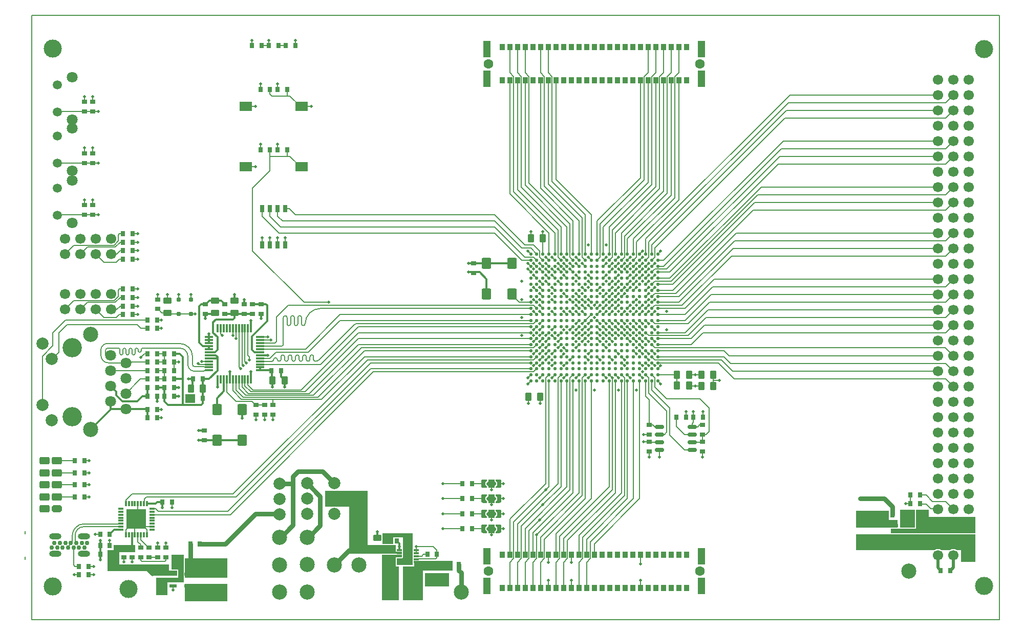
<source format=gtl>
G04*
G04 #@! TF.GenerationSoftware,Altium Limited,Altium Designer,19.0.10 (269)*
G04*
G04 Layer_Physical_Order=1*
G04 Layer_Color=255*
%FSLAX44Y44*%
%MOMM*%
G71*
G01*
G75*
%ADD10C,0.1500*%
%ADD12C,0.2540*%
%ADD14C,0.5000*%
G04:AMPARAMS|DCode=57|XSize=0.75mm|YSize=0.9mm|CornerRadius=0.0938mm|HoleSize=0mm|Usage=FLASHONLY|Rotation=0.000|XOffset=0mm|YOffset=0mm|HoleType=Round|Shape=RoundedRectangle|*
%AMROUNDEDRECTD57*
21,1,0.7500,0.7125,0,0,0.0*
21,1,0.5625,0.9000,0,0,0.0*
1,1,0.1875,0.2813,-0.3563*
1,1,0.1875,-0.2813,-0.3563*
1,1,0.1875,-0.2813,0.3563*
1,1,0.1875,0.2813,0.3563*
%
%ADD57ROUNDEDRECTD57*%
G04:AMPARAMS|DCode=58|XSize=0.6mm|YSize=1.4mm|CornerRadius=0.15mm|HoleSize=0mm|Usage=FLASHONLY|Rotation=0.000|XOffset=0mm|YOffset=0mm|HoleType=Round|Shape=RoundedRectangle|*
%AMROUNDEDRECTD58*
21,1,0.6000,1.1000,0,0,0.0*
21,1,0.3000,1.4000,0,0,0.0*
1,1,0.3000,0.1500,-0.5500*
1,1,0.3000,-0.1500,-0.5500*
1,1,0.3000,-0.1500,0.5500*
1,1,0.3000,0.1500,0.5500*
%
%ADD58ROUNDEDRECTD58*%
G04:AMPARAMS|DCode=59|XSize=1mm|YSize=1.4mm|CornerRadius=0.25mm|HoleSize=0mm|Usage=FLASHONLY|Rotation=180.000|XOffset=0mm|YOffset=0mm|HoleType=Round|Shape=RoundedRectangle|*
%AMROUNDEDRECTD59*
21,1,1.0000,0.9000,0,0,180.0*
21,1,0.5000,1.4000,0,0,180.0*
1,1,0.5000,-0.2500,0.4500*
1,1,0.5000,0.2500,0.4500*
1,1,0.5000,0.2500,-0.4500*
1,1,0.5000,-0.2500,-0.4500*
%
%ADD59ROUNDEDRECTD59*%
G04:AMPARAMS|DCode=60|XSize=0.75mm|YSize=0.9mm|CornerRadius=0.0938mm|HoleSize=0mm|Usage=FLASHONLY|Rotation=90.000|XOffset=0mm|YOffset=0mm|HoleType=Round|Shape=RoundedRectangle|*
%AMROUNDEDRECTD60*
21,1,0.7500,0.7125,0,0,90.0*
21,1,0.5625,0.9000,0,0,90.0*
1,1,0.1875,0.3563,0.2813*
1,1,0.1875,0.3563,-0.2813*
1,1,0.1875,-0.3563,-0.2813*
1,1,0.1875,-0.3563,0.2813*
%
%ADD60ROUNDEDRECTD60*%
%ADD61R,1.1500X0.6000*%
G04:AMPARAMS|DCode=62|XSize=2.1mm|YSize=1.6mm|CornerRadius=0.2mm|HoleSize=0mm|Usage=FLASHONLY|Rotation=0.000|XOffset=0mm|YOffset=0mm|HoleType=Round|Shape=RoundedRectangle|*
%AMROUNDEDRECTD62*
21,1,2.1000,1.2000,0,0,0.0*
21,1,1.7000,1.6000,0,0,0.0*
1,1,0.4000,0.8500,-0.6000*
1,1,0.4000,-0.8500,-0.6000*
1,1,0.4000,-0.8500,0.6000*
1,1,0.4000,0.8500,0.6000*
%
%ADD62ROUNDEDRECTD62*%
%ADD63R,0.8000X1.3000*%
%ADD64R,4.9000X2.2000*%
%ADD65R,1.0000X0.6000*%
G04:AMPARAMS|DCode=66|XSize=1.1mm|YSize=1.35mm|CornerRadius=0.1375mm|HoleSize=0mm|Usage=FLASHONLY|Rotation=180.000|XOffset=0mm|YOffset=0mm|HoleType=Round|Shape=RoundedRectangle|*
%AMROUNDEDRECTD66*
21,1,1.1000,1.0750,0,0,180.0*
21,1,0.8250,1.3500,0,0,180.0*
1,1,0.2750,-0.4125,0.5375*
1,1,0.2750,0.4125,0.5375*
1,1,0.2750,0.4125,-0.5375*
1,1,0.2750,-0.4125,-0.5375*
%
%ADD66ROUNDEDRECTD66*%
G04:AMPARAMS|DCode=67|XSize=1.1mm|YSize=1.35mm|CornerRadius=0.1375mm|HoleSize=0mm|Usage=FLASHONLY|Rotation=270.000|XOffset=0mm|YOffset=0mm|HoleType=Round|Shape=RoundedRectangle|*
%AMROUNDEDRECTD67*
21,1,1.1000,1.0750,0,0,270.0*
21,1,0.8250,1.3500,0,0,270.0*
1,1,0.2750,-0.5375,-0.4125*
1,1,0.2750,-0.5375,0.4125*
1,1,0.2750,0.5375,0.4125*
1,1,0.2750,0.5375,-0.4125*
%
%ADD67ROUNDEDRECTD67*%
%ADD68R,0.8128X0.3048*%
%ADD69R,1.4986X2.2352*%
%ADD70R,2.2000X4.9000*%
G04:AMPARAMS|DCode=71|XSize=1.8mm|YSize=1.6mm|CornerRadius=0.2mm|HoleSize=0mm|Usage=FLASHONLY|Rotation=270.000|XOffset=0mm|YOffset=0mm|HoleType=Round|Shape=RoundedRectangle|*
%AMROUNDEDRECTD71*
21,1,1.8000,1.2000,0,0,270.0*
21,1,1.4000,1.6000,0,0,270.0*
1,1,0.4000,-0.6000,-0.7000*
1,1,0.4000,-0.6000,0.7000*
1,1,0.4000,0.6000,0.7000*
1,1,0.4000,0.6000,-0.7000*
%
%ADD71ROUNDEDRECTD71*%
G04:AMPARAMS|DCode=72|XSize=0.6mm|YSize=1.45mm|CornerRadius=0.15mm|HoleSize=0mm|Usage=FLASHONLY|Rotation=90.000|XOffset=0mm|YOffset=0mm|HoleType=Round|Shape=RoundedRectangle|*
%AMROUNDEDRECTD72*
21,1,0.6000,1.1500,0,0,90.0*
21,1,0.3000,1.4500,0,0,90.0*
1,1,0.3000,0.5750,0.1500*
1,1,0.3000,0.5750,-0.1500*
1,1,0.3000,-0.5750,-0.1500*
1,1,0.3000,-0.5750,0.1500*
%
%ADD72ROUNDEDRECTD72*%
%ADD73R,1.4750X0.3000*%
%ADD74R,0.3000X1.4750*%
G04:AMPARAMS|DCode=75|XSize=0.6mm|YSize=0.6mm|CornerRadius=0.075mm|HoleSize=0mm|Usage=FLASHONLY|Rotation=270.000|XOffset=0mm|YOffset=0mm|HoleType=Round|Shape=RoundedRectangle|*
%AMROUNDEDRECTD75*
21,1,0.6000,0.4500,0,0,270.0*
21,1,0.4500,0.6000,0,0,270.0*
1,1,0.1500,-0.2250,-0.2250*
1,1,0.1500,-0.2250,0.2250*
1,1,0.1500,0.2250,0.2250*
1,1,0.1500,0.2250,-0.2250*
%
%ADD75ROUNDEDRECTD75*%
%ADD76R,3.2000X3.2000*%
G04:AMPARAMS|DCode=77|XSize=0.9mm|YSize=0.28mm|CornerRadius=0.07mm|HoleSize=0mm|Usage=FLASHONLY|Rotation=0.000|XOffset=0mm|YOffset=0mm|HoleType=Round|Shape=RoundedRectangle|*
%AMROUNDEDRECTD77*
21,1,0.9000,0.1400,0,0,0.0*
21,1,0.7600,0.2800,0,0,0.0*
1,1,0.1400,0.3800,-0.0700*
1,1,0.1400,-0.3800,-0.0700*
1,1,0.1400,-0.3800,0.0700*
1,1,0.1400,0.3800,0.0700*
%
%ADD77ROUNDEDRECTD77*%
G04:AMPARAMS|DCode=78|XSize=0.9mm|YSize=0.28mm|CornerRadius=0.07mm|HoleSize=0mm|Usage=FLASHONLY|Rotation=90.000|XOffset=0mm|YOffset=0mm|HoleType=Round|Shape=RoundedRectangle|*
%AMROUNDEDRECTD78*
21,1,0.9000,0.1400,0,0,90.0*
21,1,0.7600,0.2800,0,0,90.0*
1,1,0.1400,0.0700,0.3800*
1,1,0.1400,0.0700,-0.3800*
1,1,0.1400,-0.0700,-0.3800*
1,1,0.1400,-0.0700,0.3800*
%
%ADD78ROUNDEDRECTD78*%
%ADD79C,0.5400*%
%ADD80R,1.2000X2.7000*%
G04:AMPARAMS|DCode=81|XSize=0.8mm|YSize=1.1mm|CornerRadius=0.1mm|HoleSize=0mm|Usage=FLASHONLY|Rotation=180.000|XOffset=0mm|YOffset=0mm|HoleType=Round|Shape=RoundedRectangle|*
%AMROUNDEDRECTD81*
21,1,0.8000,0.9000,0,0,180.0*
21,1,0.6000,1.1000,0,0,180.0*
1,1,0.2000,-0.3000,0.4500*
1,1,0.2000,0.3000,0.4500*
1,1,0.2000,0.3000,-0.4500*
1,1,0.2000,-0.3000,-0.4500*
%
%ADD81ROUNDEDRECTD81*%
%ADD82C,0.3500*%
%ADD83C,0.8000*%
%ADD84C,2.5000*%
%ADD85C,2.0000*%
%ADD86C,3.0000*%
%ADD87C,1.7000*%
%ADD88C,1.5000*%
%ADD89C,1.8000*%
%ADD90C,3.2000*%
%ADD91C,1.6000*%
G04:AMPARAMS|DCode=92|XSize=1.2192mm|YSize=1.7272mm|CornerRadius=0.3048mm|HoleSize=0mm|Usage=FLASHONLY|Rotation=270.000|XOffset=0mm|YOffset=0mm|HoleType=Round|Shape=RoundedRectangle|*
%AMROUNDEDRECTD92*
21,1,1.2192,1.1176,0,0,270.0*
21,1,0.6096,1.7272,0,0,270.0*
1,1,0.6096,-0.5588,-0.3048*
1,1,0.6096,-0.5588,0.3048*
1,1,0.6096,0.5588,0.3048*
1,1,0.6096,0.5588,-0.3048*
%
%ADD92ROUNDEDRECTD92*%
G04:AMPARAMS|DCode=93|XSize=1.2192mm|YSize=1.7272mm|CornerRadius=0mm|HoleSize=0mm|Usage=FLASHONLY|Rotation=270.000|XOffset=0mm|YOffset=0mm|HoleType=Round|Shape=Octagon|*
%AMOCTAGOND93*
4,1,8,0.8636,0.3048,0.8636,-0.3048,0.5588,-0.6096,-0.5588,-0.6096,-0.8636,-0.3048,-0.8636,0.3048,-0.5588,0.6096,0.5588,0.6096,0.8636,0.3048,0.0*
%
%ADD93OCTAGOND93*%

%ADD94O,2.0000X1.0000*%
%ADD95C,0.7500*%
%ADD96C,0.5000*%
%ADD97C,0.6000*%
G36*
X270000Y359000D02*
X254000D01*
Y373000D01*
X270000D01*
Y359000D01*
D02*
G37*
G36*
X753000Y230000D02*
X748000Y225000D01*
X753000Y220000D01*
Y218000D01*
X746000D01*
Y232000D01*
X753000D01*
Y230000D01*
D02*
G37*
G36*
X774000Y218000D02*
X767000D01*
X767000Y220000D01*
X772000Y225000D01*
X767000Y230000D01*
Y232000D01*
X774000D01*
Y218000D01*
D02*
G37*
G36*
X765000Y229000D02*
X768000Y226000D01*
Y224000D01*
X765000Y221000D01*
X765000Y218000D01*
X755000D01*
Y221000D01*
X752000Y224000D01*
X752000Y226000D01*
X755000Y229000D01*
Y232000D01*
X765000D01*
Y229000D01*
D02*
G37*
G36*
X753000Y205000D02*
X748000Y200000D01*
X753000Y195000D01*
Y193000D01*
X746000D01*
Y207000D01*
X753000D01*
Y205000D01*
D02*
G37*
G36*
X774000Y193000D02*
X767000D01*
X767000Y195000D01*
X772000Y200000D01*
X767000Y205000D01*
Y207000D01*
X774000D01*
Y193000D01*
D02*
G37*
G36*
X765000Y204000D02*
X768000Y201000D01*
Y199000D01*
X765000Y196000D01*
X765000Y193000D01*
X755000D01*
Y196000D01*
X752000Y199000D01*
X752000Y201000D01*
X755000Y204000D01*
Y207000D01*
X765000D01*
Y204000D01*
D02*
G37*
G36*
X753000Y180000D02*
X748000Y175000D01*
X753000Y170000D01*
Y168000D01*
X746000D01*
Y182000D01*
X753000D01*
Y180000D01*
D02*
G37*
G36*
X774000Y168000D02*
X767000D01*
X767000Y170000D01*
X772000Y175000D01*
X767000Y180000D01*
Y182000D01*
X774000D01*
Y168000D01*
D02*
G37*
G36*
X765000Y179000D02*
X768000Y176000D01*
Y174000D01*
X765000Y171000D01*
X765000Y168000D01*
X755000D01*
Y171000D01*
X752000Y174000D01*
X752000Y176000D01*
X755000Y179000D01*
Y182000D01*
X765000D01*
Y179000D01*
D02*
G37*
G36*
X1460000Y152000D02*
X1436000D01*
Y182000D01*
X1460000D01*
Y152000D01*
D02*
G37*
G36*
X1417000Y165000D02*
X1432000D01*
X1432000Y152000D01*
X1363000Y152000D01*
Y180000D01*
X1417000D01*
Y165000D01*
D02*
G37*
G36*
X753000Y155000D02*
X748000Y150000D01*
X753000Y145000D01*
Y143000D01*
X746000D01*
Y157000D01*
X753000D01*
Y155000D01*
D02*
G37*
G36*
X1483000Y182000D02*
Y170000D01*
X1559900Y170000D01*
Y143100D01*
X1559859Y143000D01*
X1477658D01*
X1477375Y143056D01*
X1466625D01*
X1466342Y143000D01*
X1421000D01*
Y150000D01*
X1462000D01*
Y182000D01*
X1483000Y182000D01*
D02*
G37*
G36*
X774000Y143000D02*
X767000D01*
X767000Y145000D01*
X772000Y150000D01*
X767000Y155000D01*
Y157000D01*
X774000D01*
Y143000D01*
D02*
G37*
G36*
X765000Y154000D02*
X768000Y151000D01*
Y149000D01*
X765000Y146000D01*
X765000Y143000D01*
X755000D01*
Y146000D01*
X752000Y149000D01*
X752000Y150999D01*
X755000Y154000D01*
Y157000D01*
X765000D01*
Y154000D01*
D02*
G37*
G36*
X555000Y123000D02*
X602000D01*
Y112000D01*
X602466D01*
Y111882D01*
X612000D01*
Y108624D01*
X579000D01*
X578943Y108600D01*
X575000D01*
X525000Y108600D01*
X525000Y123000D01*
Y187000D01*
X485000D01*
Y213000D01*
X555000D01*
Y123000D01*
D02*
G37*
G36*
X1560000Y95083D02*
X1559800Y95000D01*
X1537000Y95000D01*
X1537000Y115000D01*
X1529080D01*
X1528643Y115335D01*
X1526210Y116343D01*
X1523600Y116686D01*
X1520990Y116343D01*
X1518557Y115335D01*
X1518120Y115000D01*
X1503680D01*
X1503243Y115335D01*
X1500811Y116343D01*
X1498200Y116686D01*
X1495589Y116343D01*
X1493157Y115335D01*
X1492720Y115000D01*
X1363000D01*
X1363000Y141000D01*
X1560000D01*
Y95083D01*
D02*
G37*
G36*
X630000Y90000D02*
X604000D01*
Y101376D01*
X612000D01*
X613148Y101852D01*
X613199Y101976D01*
X613594D01*
Y102000D01*
X614000D01*
Y136000D01*
X607052D01*
X606813Y136048D01*
X601188D01*
X600948Y136000D01*
X598000D01*
Y125000D01*
X580000D01*
X580000Y143000D01*
X630000D01*
X630000Y90000D01*
D02*
G37*
G36*
X171000Y111000D02*
X145000D01*
Y91000D01*
X151606D01*
X152000Y90922D01*
X152394Y91000D01*
X165606D01*
X166000Y90922D01*
X166394Y91000D01*
X227000D01*
Y81000D01*
X240000D01*
X240000Y72000D01*
X198000D01*
X190000Y80000D01*
X125000D01*
Y115000D01*
X135000D01*
Y123000D01*
X171000D01*
Y111000D01*
D02*
G37*
G36*
X323000Y69000D02*
X253000D01*
Y101000D01*
X323000D01*
Y69000D01*
D02*
G37*
G36*
X251000Y61000D02*
X224000D01*
Y40000D01*
X206000D01*
Y69000D01*
X242000Y69000D01*
X242000Y83000D01*
X231000Y83000D01*
X231000Y107000D01*
X251000D01*
Y61000D01*
D02*
G37*
G36*
X690000Y77000D02*
Y55000D01*
X650000Y55000D01*
Y77000D01*
X690000Y77000D01*
D02*
G37*
G36*
X612000Y103000D02*
X602000D01*
Y88000D01*
X607000D01*
Y32000D01*
X579000D01*
Y107000D01*
X612000D01*
Y103000D01*
D02*
G37*
G36*
X696000Y81000D02*
X647000D01*
Y31600D01*
X614000D01*
Y88000D01*
X632000D01*
Y96896D01*
X641534D01*
Y97000D01*
X696000D01*
Y81000D01*
D02*
G37*
G36*
X323000Y30000D02*
X253000D01*
Y59000D01*
X323000D01*
Y30000D01*
D02*
G37*
D10*
X446000Y500100D02*
G03*
X443000Y503100I-3000J0D01*
G01*
D02*
G03*
X440000Y500100I0J-3000D01*
G01*
X434000D02*
G03*
X431000Y503100I-3000J0D01*
G01*
X477400Y515000D02*
G03*
X452000Y489600I0J-25400D01*
G01*
X446000D02*
G03*
X449000Y486600I3000J0D01*
G01*
X434000Y489600D02*
G03*
X437000Y486600I3000J0D01*
G01*
X431000Y503100D02*
G03*
X428000Y500100I0J-3000D01*
G01*
X422000Y489600D02*
G03*
X425000Y486600I3000J0D01*
G01*
X422000Y500100D02*
G03*
X419000Y503100I-3000J0D01*
G01*
D02*
G03*
X416000Y500100I0J-3000D01*
G01*
X413000Y452500D02*
G03*
X416000Y455500I0J3000D01*
G01*
X437000Y486600D02*
G03*
X440000Y489600I0J3000D01*
G01*
X425000Y486600D02*
G03*
X428000Y489600I0J3000D01*
G01*
X449000Y486600D02*
G03*
X452000Y489600I0J3000D01*
G01*
X539000Y490000D02*
G03*
X532172Y487172I0J-9657D01*
G01*
X466000Y435000D02*
G03*
X463000Y438000I-3000J0D01*
G01*
X454000Y435000D02*
G03*
X451000Y438000I-3000J0D01*
G01*
X463000D02*
G03*
X460000Y435000I0J-3000D01*
G01*
X442000D02*
G03*
X439000Y438000I-3000J0D01*
G01*
X451000D02*
G03*
X448000Y435000I0J-3000D01*
G01*
X466000Y430500D02*
G03*
X469000Y427500I3000J0D01*
G01*
D02*
G03*
X474975Y429975I0J8450D01*
G01*
X430000Y435000D02*
G03*
X427000Y438000I-3000J0D01*
G01*
X439000D02*
G03*
X436000Y435000I0J-3000D01*
G01*
X427000Y438000D02*
G03*
X424000Y435000I0J-3000D01*
G01*
X418000D02*
G03*
X415000Y438000I-3000J0D01*
G01*
D02*
G03*
X412000Y435000I0J-3000D01*
G01*
X406000Y430500D02*
G03*
X403000Y433500I-3000J0D01*
G01*
X406000Y430500D02*
G03*
X409000Y427500I3000J0D01*
G01*
X397000D02*
G03*
X400000Y430500I0J3000D01*
G01*
X457000Y427500D02*
G03*
X460000Y430500I0J3000D01*
G01*
X445000Y427500D02*
G03*
X448000Y430500I0J3000D01*
G01*
X454000D02*
G03*
X457000Y427500I3000J0D01*
G01*
X442000Y430500D02*
G03*
X445000Y427500I3000J0D01*
G01*
X430000Y430500D02*
G03*
X433000Y427500I3000J0D01*
G01*
X418000Y430500D02*
G03*
X421000Y427500I3000J0D01*
G01*
X433000D02*
G03*
X436000Y430500I0J3000D01*
G01*
X421000Y427500D02*
G03*
X424000Y430500I0J3000D01*
G01*
X409000Y427500D02*
G03*
X412000Y430500I0J3000D01*
G01*
X403000Y433500D02*
G03*
X400000Y430500I0J-3000D01*
G01*
X191000Y412000D02*
G03*
X190800Y412200I-200J0D01*
G01*
X157000Y426000D02*
G03*
X155900Y424900I0J-1100D01*
G01*
X183250Y449250D02*
G03*
X180750Y446750I0J-2500D01*
G01*
X173250Y449250D02*
G03*
X170750Y446750I0J-2500D01*
G01*
X175750D02*
G03*
X173250Y449250I-2500J0D01*
G01*
X178250Y442500D02*
G03*
X180750Y445000I0J2500D01*
G01*
X175750D02*
G03*
X178250Y442500I2500J0D01*
G01*
X258000Y436047D02*
G03*
X244797Y449250I-13203J0D01*
G01*
X258000Y422000D02*
G03*
X269000Y411000I11000J0D01*
G01*
X163250Y449250D02*
G03*
X160750Y446750I0J-2500D01*
G01*
X165750D02*
G03*
X163250Y449250I-2500J0D01*
G01*
X153250D02*
G03*
X150750Y446750I0J-2500D01*
G01*
X155750D02*
G03*
X153250Y449250I-2500J0D01*
G01*
X145750Y446750D02*
G03*
X143250Y449250I-2500J0D01*
G01*
X125650D02*
G03*
X122000Y445600I0J-3650D01*
G01*
X148250Y438000D02*
G03*
X150750Y440500I0J2500D01*
G01*
X145750D02*
G03*
X148250Y438000I2500J0D01*
G01*
X158250D02*
G03*
X160750Y440500I0J2500D01*
G01*
X155750Y440500D02*
G03*
X158250Y438000I2500J0D01*
G01*
X165750Y440500D02*
G03*
X168250Y438000I2500J0D01*
G01*
X168250D02*
G03*
X170750Y440500I0J2500D01*
G01*
X275000Y424000D02*
G03*
X276500Y422500I1500J0D01*
G01*
X130900Y438000D02*
G03*
X130500Y437600I0J-400D01*
G01*
X125103Y457000D02*
G03*
X114250Y446147I0J-10853D01*
G01*
Y437600D02*
G03*
X126950Y424900I12700J0D01*
G01*
X265750Y422000D02*
G03*
X269000Y418750I3250J0D01*
G01*
X265750Y435500D02*
G03*
X244250Y457000I-21500J0D01*
G01*
X86500Y153750D02*
G03*
X71500Y138750I0J-15000D01*
G01*
X86500Y158250D02*
G03*
X67000Y138750I0J-19500D01*
G01*
X41000Y670000D02*
X87000D01*
X477400Y515000D02*
X825000D01*
X446000Y489600D02*
Y500100D01*
X434000Y489600D02*
Y500100D01*
X440000Y489600D02*
Y500100D01*
X428000Y489600D02*
Y500100D01*
X422000Y489600D02*
Y500100D01*
X416000Y455500D02*
Y500100D01*
X377380Y452500D02*
X413000D01*
X539000Y490000D02*
X830000Y490000D01*
X474975Y429975D02*
X532172Y487172D01*
X466000Y430500D02*
Y435000D01*
X460000Y430500D02*
Y435000D01*
X454000Y430500D02*
Y435000D01*
X442000Y430500D02*
Y435000D01*
X448000Y430500D02*
Y435000D01*
X436000Y430500D02*
Y435000D01*
X424000Y430500D02*
Y435000D01*
X430000Y430500D02*
Y435000D01*
X418000Y430500D02*
Y435000D01*
X412000Y435000D02*
X412000Y435000D01*
X377380Y427500D02*
X397000D01*
X540000Y485000D02*
X825000D01*
X477500Y422500D02*
X540000Y485000D01*
X377380Y422500D02*
X477500D01*
X412000Y430500D02*
Y435000D01*
X457000Y442000D02*
X510000Y495000D01*
X377380Y432500D02*
X394000D01*
X403500Y442000D02*
X457000D01*
X394000Y432500D02*
X403500Y442000D01*
X424000Y520000D02*
X830000D01*
X405000Y501000D02*
X424000Y520000D01*
X405000Y460000D02*
Y501000D01*
X402500Y457500D02*
X405000Y460000D01*
X377380Y457500D02*
X402500D01*
X180000Y433750D02*
X186250Y440000D01*
X191000D01*
X179800Y398000D02*
X191000D01*
X155900Y374100D02*
X179800Y398000D01*
X130500Y412200D02*
X190800D01*
X157000Y426000D02*
X191000D01*
X126950Y424900D02*
X155900D01*
X419050Y620000D02*
Y632000D01*
X406350Y620000D02*
Y632000D01*
X393650Y620000D02*
Y632000D01*
X380950Y620000D02*
Y632000D01*
X173000Y166000D02*
X185500Y153500D01*
X155500Y148500D02*
X170500Y163500D01*
X235700Y412200D02*
Y425700D01*
X236000Y426000D01*
X242500D01*
X235200D02*
X236000D01*
X183250Y449250D02*
X244797D01*
X180750Y445000D02*
Y446750D01*
X180750Y445000D02*
X180750D01*
X175750Y446750D02*
X175750D01*
X175750Y445000D02*
Y446750D01*
X170750Y440500D02*
Y446750D01*
X269000Y411000D02*
X284750D01*
X258000Y422000D02*
Y436047D01*
X125650Y449250D02*
X143250D01*
X155750Y440500D02*
Y446750D01*
X150750Y440500D02*
Y446750D01*
X165750Y440500D02*
Y446750D01*
X160750Y440500D02*
Y446750D01*
X145750Y440500D02*
Y446750D01*
X122000Y437600D02*
Y445600D01*
X276500Y422500D02*
X292620D01*
X281000Y427500D02*
X292620D01*
X114250Y437600D02*
Y446147D01*
X286250Y412500D02*
X292620D01*
X284750Y411000D02*
X286250Y412500D01*
X280250Y418750D02*
X284750D01*
X276750D02*
X280250D01*
X286000Y417500D02*
X292620D01*
X284750Y418750D02*
X286000Y417500D01*
X269000Y418750D02*
X280250D01*
X265750Y422000D02*
Y435500D01*
X125103Y457000D02*
X244250D01*
X86500Y153750D02*
X147500D01*
X71500Y126250D02*
Y138750D01*
X70000Y74000D02*
X78000D01*
X920000Y470000D02*
X925000Y475000D01*
X915000Y495000D02*
X915000D01*
X925000Y505000D01*
Y505000D02*
Y505000D01*
X1470000Y140000D02*
X1478000Y132000D01*
X1445000Y192000D02*
X1453000D01*
X680000Y225000D02*
X711000D01*
X680000Y200000D02*
X711000D01*
X680000Y175000D02*
X710200D01*
X710600Y174600D01*
X680000Y150000D02*
X711000D01*
X710600Y174600D02*
X711000Y175000D01*
X835000Y140000D02*
X905000Y210000D01*
X834750Y139750D02*
X835000Y140000D01*
X822050Y147049D02*
X890000Y214999D01*
X845000Y190000D02*
X875000Y220000D01*
X809350Y154350D02*
X845000Y190000D01*
X850000Y215000D02*
X855000Y220000D01*
X796650Y161650D02*
X850000Y215000D01*
X759999Y225000D02*
X760000D01*
X759999Y215000D02*
Y225000D01*
X728000D02*
X728000D01*
X747000D01*
X773000D02*
X780000D01*
X711000D02*
X712000Y224000D01*
X759999Y200000D02*
X760000D01*
X759999Y190000D02*
Y200000D01*
X728000D02*
X728000D01*
X747000D01*
X773000D02*
X780000D01*
X711000D02*
X712000Y199000D01*
X759999Y175000D02*
X760000D01*
X759999Y165000D02*
Y175000D01*
X728000D02*
X728000D01*
X747000D01*
X773000D02*
X780000D01*
X711000D02*
X712000Y174000D01*
X711000Y150000D02*
X712000Y149000D01*
X773000Y150000D02*
X780000D01*
X728000D02*
X747000D01*
X728000D02*
X728000D01*
X759999Y140000D02*
Y150000D01*
X760000D01*
X328500Y173500D02*
X565000Y410000D01*
X198500Y173500D02*
X328500D01*
X565000Y410000D02*
X830000Y410000D01*
X560000Y415000D02*
X825000Y415000D01*
X560000Y425000D02*
X825000Y425000D01*
X1087000Y386800D02*
X1097000D01*
X1092000Y318000D02*
Y324000D01*
X41000Y756000D02*
X87000D01*
X41000Y841000D02*
X87000D01*
X324000Y179000D02*
X560000Y415000D01*
X338000Y203000D02*
X560000Y425000D01*
X332852Y208000D02*
X554926Y430074D01*
X1153200Y436800D02*
X1498200D01*
X1145000Y445000D02*
X1153200Y436800D01*
X1035000Y445000D02*
X1145000D01*
X955000Y650000D02*
X1025250Y720250D01*
X955000Y605000D02*
Y650000D01*
X1495000Y843200D02*
X1498200Y840000D01*
X1250900Y855900D02*
X1510900D01*
X1020000Y625000D02*
X1250900Y855900D01*
X1020000Y600000D02*
Y625000D01*
X1253600Y868600D02*
X1498200D01*
X1015000Y630000D02*
X1253600Y868600D01*
X1015000Y605000D02*
Y630000D01*
X209000Y179000D02*
X324000D01*
X204500Y183500D02*
X209000Y179000D01*
X56000Y496000D02*
X191000D01*
X35000Y475000D02*
X56000Y496000D01*
X35000Y453000D02*
Y475000D01*
X17978Y435978D02*
X35000Y453000D01*
X436000Y670000D02*
X765000D01*
X426000Y680000D02*
X436000Y670000D01*
X419050Y680000D02*
X426000D01*
X765000Y670000D02*
X815000Y620000D01*
X765000Y650000D02*
X815000Y600000D01*
X411700Y650000D02*
X765000D01*
X393700Y668000D02*
X411700Y650000D01*
X765000Y640000D02*
X810000Y595000D01*
X409000Y640000D02*
X765000D01*
X381000Y668000D02*
X409000Y640000D01*
X806000Y525000D02*
X825000D01*
X794000Y537000D02*
X806000Y525000D01*
X794000Y537000D02*
Y538600D01*
X446500Y850000D02*
X462000D01*
X391998Y950000D02*
X392000Y950002D01*
Y959000D01*
X840000Y600000D02*
Y610000D01*
X830000Y620000D02*
X840000Y610000D01*
X815000Y620000D02*
X830000D01*
X406350Y668000D02*
Y680000D01*
X825000Y615000D02*
X835000Y605000D01*
X810000Y615000D02*
X825000D01*
X765000Y660000D02*
X810000Y615000D01*
X380950Y668000D02*
Y680000D01*
X810000Y595000D02*
X825000D01*
X393650Y668000D02*
Y680000D01*
X815000Y600000D02*
X830000D01*
X414400Y660000D02*
X765000D01*
X406400Y668000D02*
X414400Y660000D01*
X394000Y767000D02*
Y778000D01*
Y743300D02*
Y767000D01*
X422000D01*
X444000Y750000D02*
X446500D01*
X427000Y767000D02*
X444000Y750000D01*
X365000Y714300D02*
X394000Y743300D01*
X365000Y610000D02*
Y714300D01*
Y610000D02*
X450000Y525000D01*
X491000D01*
X101000Y841000D02*
X110000D01*
X101000Y756000D02*
X110000D01*
X101000Y670000D02*
X110000D01*
X101000Y670000D02*
X101000Y670000D01*
X353500Y750000D02*
X370000D01*
X353500Y850000D02*
X370000D01*
X419999Y949999D02*
X420000Y950000D01*
X407999Y949999D02*
X419999D01*
X380000Y950000D02*
X391998D01*
X101000Y857000D02*
Y866000D01*
X87000Y857000D02*
Y866000D01*
X101000Y772000D02*
Y781000D01*
X87000Y772000D02*
Y781000D01*
X101000Y686000D02*
Y695000D01*
X87000Y686000D02*
Y695000D01*
X406000Y778000D02*
Y787000D01*
X378000Y778000D02*
Y787000D01*
X406000Y878000D02*
Y887000D01*
X378000Y878000D02*
Y887000D01*
X364000Y950000D02*
Y959000D01*
X436000Y959000D02*
X436000Y959000D01*
Y950000D02*
Y959000D01*
X394000Y870000D02*
Y878000D01*
X427000Y867000D02*
X444000Y850000D01*
X394000Y870000D02*
X397000Y867000D01*
X422000D02*
Y878000D01*
X397000Y867000D02*
X422000D01*
X427000D01*
X422000Y767000D02*
X427000D01*
X422000D02*
Y778000D01*
X422000Y778000D01*
X87000Y670000D02*
X101000D01*
X87000Y756000D02*
X101000D01*
X87000Y841000D02*
X101000D01*
X41000D02*
X41500Y840500D01*
X42000D01*
X167000Y547000D02*
X175000D01*
X167000Y533000D02*
X175000D01*
X167000Y519000D02*
X175000D01*
X167000Y505000D02*
X175000D01*
X167000Y638700D02*
X175000D01*
X167000Y624700D02*
X175000D01*
X167000Y610700D02*
X175000D01*
X167000Y596700D02*
X175000D01*
X131200Y605300D02*
X140600D01*
X146000Y610700D01*
X151000D01*
X105800Y605300D02*
X119400Y591700D01*
X140000D01*
X145000Y596700D01*
X151000D01*
X80400Y605300D02*
X91800Y616700D01*
X55000Y605300D02*
X69400Y619700D01*
X136000D01*
X143000Y626700D01*
Y636700D01*
X145000Y638700D01*
X151000D01*
X91800Y616700D02*
X138000D01*
X146000Y624700D01*
X151000D01*
X146000Y533000D02*
X151000D01*
X138000Y525000D02*
X146000Y533000D01*
X91800Y525000D02*
X138000D01*
X145000Y547000D02*
X151000D01*
X143000Y545000D02*
X145000Y547000D01*
X143000Y535000D02*
Y545000D01*
X136000Y528000D02*
X143000Y535000D01*
X69400Y528000D02*
X136000D01*
X55000Y513600D02*
X69400Y528000D01*
X80400Y513600D02*
X91800Y525000D01*
X145000Y505000D02*
X151000D01*
X140000Y500000D02*
X145000Y505000D01*
X119400Y500000D02*
X140000D01*
X105800Y513600D02*
X119400Y500000D01*
X146000Y519000D02*
X151000D01*
X140600Y513600D02*
X146000Y519000D01*
X131200Y513600D02*
X140600D01*
X174000Y488000D02*
X180000Y482000D01*
X58000Y488000D02*
X174000D01*
X45000Y475000D02*
X58000Y488000D01*
X821000Y358000D02*
Y369000D01*
X841000Y358000D02*
Y369000D01*
X845000Y631000D02*
Y642000D01*
X825000Y631000D02*
Y642000D01*
X845000Y605000D02*
Y629000D01*
X845000Y605000D02*
X845000Y605000D01*
X884829Y605000D02*
Y650171D01*
X860000Y470000D02*
Y470000D01*
Y470000D02*
X865000Y465000D01*
X262999Y530000D02*
Y538000D01*
X243000Y530000D02*
Y538000D01*
X224000Y528000D02*
Y538000D01*
X208000Y530000D02*
Y538000D01*
X262999Y506000D02*
X270000D01*
X242999D02*
X262999D01*
X226000D02*
X242999D01*
X208000Y514000D02*
X209000D01*
X215000Y508000D01*
X224000D01*
X226000Y506000D01*
X312500Y472500D02*
X315000Y470000D01*
X312500Y472500D02*
Y482380D01*
X207000Y482000D02*
X214000D01*
X207000Y496000D02*
X214000D01*
X332500Y470000D02*
Y482380D01*
X337500Y465000D02*
Y482380D01*
X45000Y442778D02*
Y475000D01*
X33218Y430996D02*
X45000Y442778D01*
X180000Y482000D02*
X191000D01*
X17978Y355304D02*
Y435978D01*
X377380Y467500D02*
X390000D01*
X377380Y462500D02*
X395000D01*
X342500Y417500D02*
X345000Y415000D01*
X342500Y417500D02*
Y482380D01*
X347500Y422500D02*
X350000Y420000D01*
X347500Y422500D02*
Y482380D01*
X352500Y427500D02*
X355000Y425000D01*
X352500Y427500D02*
Y482380D01*
X360000Y430000D02*
Y435000D01*
X357500Y437500D02*
X360000Y435000D01*
X357500Y437500D02*
Y482380D01*
X357120Y482000D02*
X357500Y482380D01*
X357000Y482000D02*
X357120D01*
X357000D02*
X357380Y482380D01*
X357500D01*
X510000Y505000D02*
X825000D01*
X452500Y447500D02*
X510000Y505000D01*
X377380Y447500D02*
X452500D01*
X510000Y495000D02*
X825000D01*
X550000Y435000D02*
X825000D01*
X479500Y364500D02*
X550000Y435000D01*
X399000Y364500D02*
X479500D01*
X550000Y445000D02*
X825000D01*
X473000Y368000D02*
X550000Y445000D01*
X349500Y368000D02*
X473000D01*
X545000Y450000D02*
X830000D01*
X466000Y371000D02*
X545000Y450000D01*
X354000Y371000D02*
X466000D01*
X540000Y455000D02*
X825000D01*
X459000Y374000D02*
X540000Y455000D01*
X358000Y374000D02*
X459000D01*
X540000Y465000D02*
X825000D01*
X452000Y377000D02*
X540000Y465000D01*
X362000Y377000D02*
X452000D01*
X540000Y475000D02*
X825000D01*
X445000Y380000D02*
X540000Y475000D01*
X365500Y380000D02*
X445000D01*
X346500Y364500D02*
X399000D01*
Y355000D02*
Y364500D01*
X371000Y355000D02*
X385000D01*
X370000D02*
X371000D01*
X363600Y361400D02*
X370000Y355000D01*
X337720Y361400D02*
X363600D01*
X322500Y376620D02*
X337720Y361400D01*
X322500Y376620D02*
Y397620D01*
X332500Y378500D02*
X346500Y364500D01*
X332500Y378500D02*
Y397620D01*
X337500Y380000D02*
X349500Y368000D01*
X342500Y382500D02*
X354000Y371000D01*
X347500Y384500D02*
X358000Y374000D01*
X337500Y380000D02*
Y397620D01*
X342500Y382500D02*
Y397620D01*
X352500Y386500D02*
X362000Y377000D01*
X352500Y386500D02*
Y397620D01*
X347500Y384500D02*
Y397620D01*
X357500Y388000D02*
X365500Y380000D01*
X357500Y388000D02*
Y397620D01*
X399000Y331000D02*
Y339000D01*
X371000Y331000D02*
Y339000D01*
X385000Y331000D02*
Y339000D01*
X219000Y398000D02*
X219000Y398000D01*
Y412000D01*
X235000Y370000D02*
X235000Y370000D01*
X235000Y384000D02*
X235000Y384000D01*
X191000D02*
X191000Y384000D01*
X207000Y412000D02*
X219000D01*
X207000Y398000D02*
X219000D01*
X207200Y334000D02*
X214500D01*
X207200Y348000D02*
X214500D01*
X235500Y412000D02*
X235700Y412200D01*
X235000Y412000D02*
X235500D01*
X219000Y426000D02*
Y440000D01*
X207000Y426000D02*
X219000D01*
X207600Y440000D02*
X219000D01*
X207600Y440000D02*
X207600Y440000D01*
X207000Y440000D02*
X207600D01*
X86500Y158250D02*
X147500D01*
X67000Y126250D02*
Y138750D01*
X636000Y114812D02*
Y120906D01*
X635970Y100000D02*
X668000D01*
X571000Y135000D02*
Y135400D01*
X670000Y108000D02*
Y115000D01*
Y102000D02*
Y108000D01*
X664094Y120906D02*
X670000Y115000D01*
X636000Y120906D02*
X664094D01*
X635970Y110080D02*
Y114906D01*
X648000Y108000D02*
X654000D01*
X645000Y105000D02*
X648000Y108000D01*
X637000Y105000D02*
X645000D01*
X637000Y105000D02*
X637000Y105000D01*
X635970Y105000D02*
X637000D01*
X668000Y100000D02*
X670000Y102000D01*
X635970Y99920D02*
Y100000D01*
X608000Y121000D02*
X608030D01*
X233500Y49000D02*
Y55700D01*
X278000Y125000D02*
X280000D01*
X222000Y98000D02*
Y103000D01*
X220000Y96000D02*
X222000Y98000D01*
X182000Y96000D02*
X220000D01*
X180001Y97999D02*
X182000Y96000D01*
X180001Y97999D02*
Y102999D01*
X194000Y103000D02*
X208000D01*
X232000Y185000D02*
Y194000D01*
X232000Y194000D01*
X198500Y183500D02*
X204500D01*
X45000Y203000D02*
X71000D01*
X45000Y223000D02*
X71000D01*
X45000Y243000D02*
X71000D01*
X45000Y263000D02*
X71000D01*
X45000Y263000D02*
X45000Y263000D01*
X41000Y263000D02*
X45000D01*
X87000Y263000D02*
X95000D01*
X87000Y243000D02*
X95000D01*
X87000Y223000D02*
X95000D01*
X87000Y203000D02*
X95000D01*
X830000Y410000D02*
X835000Y415000D01*
X555000Y430000D02*
X830000Y430000D01*
X189900Y203000D02*
X338000D01*
X166000Y208000D02*
X332852D01*
X155500Y197500D02*
X166000Y208000D01*
X155500Y191500D02*
Y197500D01*
X185993Y199093D02*
X189900Y203000D01*
X185993Y193000D02*
Y199093D01*
X185500Y192507D02*
X185993Y193000D01*
X185500Y191500D02*
Y192507D01*
X105000Y141000D02*
X113000D01*
X129000Y122000D02*
Y131000D01*
Y122000D02*
X129000Y122000D01*
X166000Y95000D02*
Y103000D01*
X152000Y95000D02*
Y103000D01*
X173000Y166000D02*
X175500Y168500D01*
Y191500D01*
X185500Y153500D02*
X190500Y148500D01*
X185500Y153500D02*
X198500D01*
X190500Y140500D02*
Y148500D01*
X170500Y163500D02*
X173000Y166000D01*
X170500Y140500D02*
Y163500D01*
X155500Y140500D02*
Y148500D01*
X155500Y140500D02*
X155500D01*
X208000Y119000D02*
Y127000D01*
X180500Y131500D02*
Y140500D01*
Y131500D02*
X193001Y118999D01*
X194000D01*
Y119000D01*
X175500Y128500D02*
X180001Y123999D01*
Y118999D02*
Y123999D01*
X222000Y119000D02*
Y127000D01*
X175500Y128500D02*
Y140500D01*
X60000Y119000D02*
X60000D01*
X60000D02*
X64500Y126800D01*
X60000Y119000D02*
X61000D01*
X71000Y88000D02*
X78000D01*
X69000Y90000D02*
X71000Y88000D01*
X69000Y90000D02*
Y119000D01*
X69000Y119000D01*
X94000Y74000D02*
X102000D01*
X94000Y88000D02*
X102000D01*
X1469000Y206000D02*
X1479000D01*
X1469000Y191000D02*
X1479000D01*
X1498000Y183000D02*
X1498200Y182800D01*
X1487000Y183000D02*
X1498000D01*
X1479000Y191000D02*
X1487000Y183000D01*
X1469000Y191000D02*
Y192000D01*
X1453000D02*
Y206000D01*
X1479000D02*
X1489500Y195500D01*
X1510900D01*
X1523600Y182800D01*
Y132000D02*
X1549000D01*
X1498200D02*
X1523600D01*
X1478000D02*
X1498200D01*
X1012000Y306000D02*
X1021000D01*
X1097000Y386800D02*
X1107000D01*
X1097000Y405000D02*
X1107000D01*
X1127000Y386800D02*
Y396000D01*
Y405000D01*
Y396000D02*
X1137000D01*
X1155900Y424100D02*
X1510900D01*
X1145000Y435000D02*
X1155900Y424100D01*
X1035000Y435000D02*
X1145000D01*
X891900Y94800D02*
Y107500D01*
Y52500D02*
Y65200D01*
X853800Y94800D02*
Y107500D01*
Y52500D02*
Y65200D01*
X1006200Y52500D02*
Y65200D01*
Y92300D02*
Y105000D01*
X925000Y200000D02*
Y395000D01*
X866500Y141500D02*
X925000Y200000D01*
X915000Y200000D02*
Y395000D01*
X847450Y132450D02*
X915000Y200000D01*
X910000Y400000D02*
X915000Y405000D01*
X866500Y107500D02*
Y141500D01*
X910000Y205000D02*
Y400000D01*
X905000Y210000D02*
Y395000D01*
X895000Y209999D02*
Y395000D01*
X828400Y143399D02*
X895000Y209999D01*
X890000Y400000D02*
X895000Y405000D01*
X890000Y214999D02*
Y400000D01*
X885000Y220000D02*
Y395000D01*
X815700Y150700D02*
X885000Y220000D01*
X875000Y220000D02*
Y395000D01*
X870000Y225000D02*
Y400000D01*
X803000Y158000D02*
X870000Y225000D01*
Y400000D02*
X875000Y405000D01*
X855000Y220000D02*
Y395000D01*
X850000Y225000D02*
Y400000D01*
X791000Y166000D02*
X850000Y225000D01*
X960000Y215005D02*
Y400000D01*
X879200Y134205D02*
X960000Y215005D01*
X879200Y107500D02*
Y134205D01*
X847450Y101150D02*
Y132450D01*
X841100Y94800D02*
X847450Y101150D01*
X841100Y52500D02*
Y94800D01*
Y136100D02*
X910000Y205000D01*
X955000Y220000D02*
Y395000D01*
X872850Y137850D02*
X955000Y220000D01*
X965000Y210000D02*
Y395000D01*
X885550Y130550D02*
X965000Y210000D01*
X975000Y210000D02*
Y395000D01*
X904600Y139600D02*
X975000Y210000D01*
X995000Y200000D02*
Y395000D01*
X923650Y128650D02*
X995000Y200000D01*
X980000Y205000D02*
Y400000D01*
X910950Y135950D02*
X980000Y205000D01*
X985000Y200000D02*
Y395000D01*
X917300Y132300D02*
X985000Y200000D01*
X923650Y101150D02*
Y128650D01*
X1005000Y200000D02*
Y395000D01*
X930000Y125000D02*
X1005000Y200000D01*
X930000Y107500D02*
Y125000D01*
X1135000Y425000D02*
X1161300Y398700D01*
X1035000Y425000D02*
X1135000D01*
X1035000Y405000D02*
X1067000D01*
Y386800D02*
Y405000D01*
X1038000Y269000D02*
Y280700D01*
X1037750Y280950D02*
X1038000Y280700D01*
X1012000Y294000D02*
X1021000D01*
Y269000D02*
Y278000D01*
X1109000Y269000D02*
Y278000D01*
X1079650Y306350D02*
X1092250D01*
X1066000Y320000D02*
X1079650Y306350D01*
X1066000Y320000D02*
Y335000D01*
X1104000Y322000D02*
X1109000D01*
X1101050Y319050D02*
X1104000Y322000D01*
X1092250Y319050D02*
X1101050D01*
X1110000Y335000D02*
Y344000D01*
X1082000Y335000D02*
Y344000D01*
X1094000Y335000D02*
Y344000D01*
Y326000D02*
Y335000D01*
X1092000Y324000D02*
X1094000Y326000D01*
X1092000Y318000D02*
X1092250Y318250D01*
Y319050D01*
X1025000Y380000D02*
X1055000Y350000D01*
Y305000D02*
Y350000D01*
Y305000D02*
X1079050Y280950D01*
X1029950Y319050D02*
X1037750D01*
X1021000Y322000D02*
X1021000Y322000D01*
X1027000D01*
X1029950Y319050D01*
X1037750Y306350D02*
X1046350D01*
X1050000Y310000D01*
Y345000D01*
X1021000Y322000D02*
Y364000D01*
Y293000D02*
X1021650Y293650D01*
X1037750D01*
X1021000Y293000D02*
Y294000D01*
X1020000Y375000D02*
X1050000Y345000D01*
X1020000Y375000D02*
Y400000D01*
X1079050Y280950D02*
X1092250D01*
X1025000Y380000D02*
Y395000D01*
X1050000Y365000D02*
X1105000D01*
X1030000Y385000D02*
X1050000Y365000D01*
X1030000Y385000D02*
Y400000D01*
X1109000Y294000D02*
Y306000D01*
X1108650Y293650D02*
X1109000Y294000D01*
X1092250Y293650D02*
X1108650D01*
X1109000Y306000D02*
X1115000D01*
X1120000Y311000D01*
Y350000D01*
X1105000Y365000D02*
X1120000Y350000D01*
X1087000Y405000D02*
X1097000D01*
X1015000Y370000D02*
X1021000Y364000D01*
X1015000Y370000D02*
Y395000D01*
X1035000Y415000D02*
X1040000Y420000D01*
X790300Y52500D02*
Y94800D01*
X796650Y101150D01*
Y161650D01*
X803000Y52500D02*
Y94800D01*
X809350Y101150D01*
Y154350D01*
X815700Y52500D02*
Y94800D01*
X822050Y101150D01*
Y147049D01*
X828400Y52500D02*
Y94800D01*
X834750Y101150D01*
Y139750D01*
X866500Y52500D02*
Y94800D01*
X872850Y101150D01*
Y137850D01*
X879200Y52500D02*
Y94800D01*
X885550Y101150D01*
Y130550D01*
X904600Y52500D02*
Y94800D01*
X910950Y101150D01*
Y135950D01*
X917300Y52500D02*
Y94800D01*
X923650Y101150D01*
X917300Y107500D02*
Y132300D01*
X841100Y107500D02*
Y136100D01*
X828400Y107500D02*
Y143399D01*
X815700Y107500D02*
Y150700D01*
X803000Y107500D02*
Y158000D01*
X791000Y108000D02*
Y166000D01*
X904600Y107500D02*
Y139600D01*
X790500Y107500D02*
X791000Y108000D01*
X790300Y107500D02*
X790500D01*
X955000Y585000D02*
X960000Y590000D01*
X985000Y575000D02*
Y575000D01*
X980000Y580000D02*
X985000Y575000D01*
X866500Y728500D02*
X925000Y670000D01*
Y605000D02*
Y670000D01*
X860150Y724850D02*
X915000Y670000D01*
Y605000D02*
Y670000D01*
X853800Y721239D02*
X910000Y665040D01*
Y600000D02*
Y665040D01*
Y600000D02*
X915000Y595000D01*
X860150Y724850D02*
Y898850D01*
X866500Y728500D02*
Y892500D01*
X847450Y717550D02*
X905000Y660000D01*
Y605000D02*
Y660000D01*
X895000Y605000D02*
Y660000D01*
X841100Y713900D02*
X895000Y660000D01*
X822050Y722950D02*
X890000Y655000D01*
Y600000D02*
Y655000D01*
X815700Y719300D02*
X884829Y650171D01*
X809350Y715650D02*
X875000Y650000D01*
X803000Y905200D02*
X809350Y898850D01*
Y715650D02*
Y898850D01*
X803000Y712000D02*
X870000Y645000D01*
Y600000D02*
Y645000D01*
X875000Y605000D02*
Y650000D01*
X865000Y605000D02*
Y640000D01*
X796650Y708350D02*
X865000Y640000D01*
X855000Y605000D02*
Y640000D01*
X790300Y704700D02*
X855000Y640000D01*
X790300Y704700D02*
Y892500D01*
X853800Y721239D02*
Y892500D01*
X841100Y713900D02*
Y892500D01*
X815700Y719300D02*
Y892500D01*
X803000Y712000D02*
Y892500D01*
X1006200Y731200D02*
Y892500D01*
X935000Y660000D02*
X1006200Y731200D01*
X935000Y605000D02*
Y660000D01*
X1012550Y727550D02*
Y898850D01*
X940000Y655000D02*
X1012550Y727550D01*
X940000Y600000D02*
Y655000D01*
X945000Y605000D02*
Y650000D01*
X1018900Y723900D01*
X965000Y640000D02*
X1037950Y712950D01*
X965000Y605000D02*
Y640000D01*
X960000Y645000D02*
X1031600Y716600D01*
X960000Y600000D02*
Y645000D01*
X1025250Y720250D02*
Y898850D01*
X1031600Y716600D02*
Y892500D01*
X1037950Y712950D02*
Y898850D01*
X1044300Y709300D02*
Y892500D01*
X975000Y640000D02*
X1044300Y709300D01*
X975000Y605000D02*
Y640000D01*
X980000Y600000D02*
Y635000D01*
X975000Y595000D02*
X980000Y600000D01*
X1050650Y705650D02*
Y898850D01*
X980000Y635000D02*
X1050650Y705650D01*
X1069700Y694700D02*
Y892500D01*
X1000000Y625000D02*
X1069700Y694700D01*
X1000000Y600000D02*
Y625000D01*
X1063350Y698350D02*
Y898850D01*
X995000Y630000D02*
X1063350Y698350D01*
X995000Y605000D02*
Y630000D01*
X1057000Y702000D02*
Y892500D01*
X985000Y630000D02*
X1057000Y702000D01*
X985000Y605000D02*
Y630000D01*
X1018900Y723900D02*
Y892500D01*
X1069700Y905200D02*
Y947500D01*
X1063350Y898850D02*
X1069700Y905200D01*
X1057000D02*
Y947500D01*
X1050650Y898850D02*
X1057000Y905200D01*
X1044300D02*
Y947500D01*
X1037950Y898850D02*
X1044300Y905200D01*
X1031600D02*
Y947500D01*
X1025250Y898850D02*
X1031600Y905200D01*
X1018900D02*
Y947500D01*
X1012550Y898850D02*
X1018900Y905200D01*
X853800D02*
X860150Y898850D01*
X853800Y905200D02*
Y947500D01*
X847450Y717550D02*
Y898850D01*
X841100Y905200D02*
X847450Y898850D01*
X841100Y905200D02*
Y947500D01*
X822050Y722950D02*
Y898850D01*
X815700Y905200D02*
X822050Y898850D01*
X815700Y905200D02*
Y947500D01*
X803000Y905200D02*
Y947500D01*
X790300Y905200D02*
Y947500D01*
Y905200D02*
X796650Y898850D01*
Y708350D02*
Y898850D01*
X1005000Y515000D02*
X1010000Y520000D01*
X1025000Y505000D02*
X1030000Y510000D01*
X1015000Y505000D02*
X1020000Y510000D01*
X1005000Y505000D02*
X1010000Y510000D01*
X995000Y505000D02*
X1000000Y510000D01*
X975000Y505000D02*
X980000Y510000D01*
X955000Y505000D02*
X960000Y510000D01*
X910000D02*
X915000Y505000D01*
X900000Y510000D02*
X905000Y505000D01*
X890000Y510000D02*
X895000Y505000D01*
X880000Y510000D02*
X885000Y505000D01*
X860000Y510000D02*
X865000Y505000D01*
X840000Y510000D02*
X845000Y505000D01*
X830000Y510000D02*
X835000Y505000D01*
X830000Y520000D02*
X835000Y515000D01*
X840000Y520000D02*
X845000Y515000D01*
X900000Y520000D02*
X905000Y515000D01*
X935000D02*
X940000Y520000D01*
X945000Y515000D02*
X950000Y520000D01*
X955000Y515000D02*
X960000Y520000D01*
X965000Y515000D02*
X970000Y520000D01*
X985000Y515000D02*
X990000Y520000D01*
X1015000Y515000D02*
X1020000Y520000D01*
X830000Y530000D02*
X835000Y525000D01*
X840000Y530000D02*
X845000Y525000D01*
X860000Y530000D02*
X865000Y525000D01*
X890000Y530000D02*
X895000Y525000D01*
X900000Y530000D02*
X905000Y525000D01*
X910000Y530000D02*
X915000Y525000D01*
X920000Y530000D02*
X924500Y525500D01*
X945000Y525000D02*
X950000Y530000D01*
X955000Y525000D02*
X960000Y530000D01*
X965000Y525000D02*
X970000Y530000D01*
X995000Y525000D02*
X1000000Y530000D01*
X1015000Y525000D02*
X1020000Y530000D01*
X1025000Y525000D02*
X1030000Y530000D01*
X840000Y540000D02*
X845000Y535000D01*
X880000Y540000D02*
X885000Y535000D01*
X900000Y540000D02*
X905000Y535000D01*
X945000D02*
X950000Y540000D01*
X955000Y535000D02*
X960000Y540000D01*
X965000Y535000D02*
X970000Y540000D01*
X975000Y535000D02*
X980000Y540000D01*
X1015000Y535000D02*
X1020000Y540000D01*
X830000Y550000D02*
X835000Y545000D01*
X840000Y550000D02*
X845000Y545000D01*
X860000Y550000D02*
X865000Y545000D01*
X910000Y550000D02*
X915000Y545000D01*
X935000D02*
X940000Y550000D01*
X955000Y545000D02*
X960000Y550000D01*
X965000Y545000D02*
X970000Y550000D01*
X975000Y545000D02*
X980000Y550000D01*
X985000Y545000D02*
X990000Y550000D01*
X995000Y545000D02*
X1000000Y550000D01*
X1015000Y545000D02*
X1020000Y550000D01*
X1025000Y545000D02*
X1030000Y550000D01*
X840000Y560000D02*
X845000Y555000D01*
X850000Y560000D02*
X855000Y555000D01*
X870000Y560000D02*
X875000Y555000D01*
X920000Y560000D02*
X925000Y555000D01*
X955000D02*
X960000Y560000D01*
X965000Y555000D02*
X970000Y560000D01*
X985000Y555000D02*
X990000Y560000D01*
X995000Y555000D02*
X1000000Y560000D01*
X1015000Y555000D02*
X1020000Y560000D01*
X830000Y570000D02*
X835000Y565000D01*
X850000Y570000D02*
X855000Y565000D01*
X860000Y570000D02*
X865000Y565000D01*
X880000Y570000D02*
X885000Y565000D01*
X900000Y570000D02*
X905000Y565000D01*
X920000Y570000D02*
X925000Y565000D01*
X945000D02*
X950000Y570000D01*
X965000Y565000D02*
X970000Y570000D01*
X985000Y565000D02*
X990000Y570000D01*
X995000Y565000D02*
X1000000Y570000D01*
X1005000Y565000D02*
X1010000Y570000D01*
X1015000Y565000D02*
X1020000Y570000D01*
X1025000Y565000D02*
X1030000Y570000D01*
X820000Y580000D02*
X825000Y575000D01*
X840000Y580000D02*
X845000Y575000D01*
X850000Y580000D02*
X855000Y575000D01*
X860000Y580000D02*
X865000Y575000D01*
X870000Y580000D02*
X875000Y575000D01*
X880000Y580000D02*
X885000Y575000D01*
X890000Y580000D02*
X895000Y575000D01*
X955000D02*
X960000Y580000D01*
X995000Y575000D02*
X1000000Y580000D01*
X1005000Y575000D02*
X1010000Y580000D01*
X1015000Y575000D02*
X1020000Y580000D01*
X820000Y590000D02*
X825000Y585000D01*
X830000Y590000D02*
X835000Y585000D01*
X840000Y590000D02*
X845000Y585000D01*
X850000Y590000D02*
X855000Y585000D01*
X870000Y590000D02*
X875000Y585000D01*
X880000Y590000D02*
X885000Y585000D01*
X890000Y590000D02*
X895000Y585000D01*
X900000Y590000D02*
X905000Y585000D01*
X910000Y590000D02*
X915000Y585000D01*
X945000D02*
X950000Y590000D01*
X965000Y585000D02*
X970000Y590000D01*
X975000Y585000D02*
X980000Y590000D01*
X985000Y585000D02*
X990000Y590000D01*
X995000Y585000D02*
X1000000Y590000D01*
X1005000Y585000D02*
X1010000Y590000D01*
X1015000Y585000D02*
X1020000Y590000D01*
X1025000Y585000D02*
X1030000Y590000D01*
X825000Y595000D02*
X825000Y595000D01*
X830000Y600000D02*
X835000Y595000D01*
X840000Y600000D02*
X845000Y595000D01*
X850000Y600000D02*
X855000Y595000D01*
X860000Y600000D02*
X865000Y595000D01*
X870000Y600000D02*
X875000Y595000D01*
X880000Y600000D02*
X885000Y595000D01*
X890000Y600000D02*
X895000Y595000D01*
X900000Y600000D02*
X905000Y595000D01*
X920000Y600000D02*
X925000Y595000D01*
X935000D02*
X940000Y600000D01*
X945000Y595000D02*
X950000Y600000D01*
X955000Y595000D02*
X960000Y600000D01*
X965000Y595000D02*
X970000Y600000D01*
X985000Y595000D02*
X990000Y600000D01*
X995000Y595000D02*
X1000000Y600000D01*
X1005000Y595000D02*
X1010000Y600000D01*
X1015000Y595000D02*
X1020000Y600000D01*
X1025000Y595000D02*
X1030000Y600000D01*
X820000Y610000D02*
X825000Y605000D01*
X985000D02*
X985000Y605000D01*
X995000Y605000D02*
X995000Y605000D01*
X1005000D02*
X1010000Y610000D01*
X1035000Y605000D02*
X1040000Y610000D01*
X1035000Y395000D02*
X1040000Y390000D01*
X820000D02*
X825000Y395000D01*
X1025000Y405000D02*
X1030000Y400000D01*
X1015000Y405000D02*
X1020000Y400000D01*
X1005000Y405000D02*
X1010000Y400000D01*
X985000Y405000D02*
X990000Y400000D01*
X975000Y405000D02*
X980000Y400000D01*
X965000Y405000D02*
X970000Y400000D01*
X955000Y405000D02*
X960000Y400000D01*
X945000Y405000D02*
X950000Y400000D01*
X920000D02*
X925000Y405000D01*
X900000Y400000D02*
X905000Y405000D01*
X880000Y400000D02*
X885000Y405000D01*
X860000Y400000D02*
X865000Y405000D01*
X850000Y400000D02*
X855000Y405000D01*
X840000Y400000D02*
X845000Y405000D01*
X820000Y400000D02*
X825000Y405000D01*
X1025000Y425000D02*
X1030000Y420000D01*
X1015000Y425000D02*
X1020000Y420000D01*
X1005000Y425000D02*
X1010000Y420000D01*
X975000Y425000D02*
X980000Y420000D01*
X880000D02*
X885000Y425000D01*
X860000Y420000D02*
X865000Y425000D01*
X840000Y420000D02*
X845000Y425000D01*
X830000Y420000D02*
X835000Y425000D01*
X1015000Y435000D02*
X1020000Y430000D01*
X975000Y435000D02*
X980000Y430000D01*
X955000Y435000D02*
X960000Y430000D01*
X935000Y435000D02*
X940000Y430000D01*
X890000D02*
X895000Y435000D01*
X850000Y430000D02*
X855000Y435000D01*
X840000Y430000D02*
X845000Y435000D01*
X830000Y430000D02*
X835000Y435000D01*
X1015000Y445000D02*
X1020000Y440000D01*
X1005000Y445000D02*
X1010000Y440000D01*
X995000Y445000D02*
X1000000Y440000D01*
X965000Y445000D02*
X970000Y440000D01*
X920000D02*
X925000Y445000D01*
X860000Y440000D02*
X865000Y445000D01*
X850000Y440000D02*
X855000Y445000D01*
X840000Y440000D02*
X845000Y445000D01*
X830000Y440000D02*
X835000Y445000D01*
X1005000Y455000D02*
X1010000Y450000D01*
X945000Y455000D02*
X950000Y450000D01*
X900000D02*
X905000Y455000D01*
X870000Y450000D02*
X875000Y455000D01*
X850000Y450000D02*
X855000Y455000D01*
X840000Y450000D02*
X845000Y455000D01*
X830000Y450000D02*
X835000Y455000D01*
X1025000Y465000D02*
X1030000Y460000D01*
X1015000Y465000D02*
X1020000Y460000D01*
X1005000Y465000D02*
X1010000Y460000D01*
X995000Y465000D02*
X1000000Y460000D01*
X985000Y465000D02*
X990000Y460000D01*
X955000Y465000D02*
X960000Y460000D01*
X935000Y465000D02*
X940000Y460000D01*
X910000D02*
X915000Y465000D01*
X870000Y460000D02*
X875000Y465000D01*
X850000Y460000D02*
X855000Y465000D01*
X840000Y460000D02*
X845000Y465000D01*
X830000Y460000D02*
X835000Y465000D01*
X1005000Y475000D02*
X1010000Y470000D01*
X985000Y475000D02*
X990000Y470000D01*
X975000Y475000D02*
X980000Y470000D01*
X965000Y475000D02*
X970000Y470000D01*
X955000Y475000D02*
X960000Y470000D01*
X945000Y475000D02*
X950000Y470000D01*
X935000Y475000D02*
X940000Y470000D01*
X910000D02*
X915000Y475000D01*
X900000Y470000D02*
X905000Y475000D01*
X870000Y470000D02*
X875000Y475000D01*
X850000Y470000D02*
X855000Y475000D01*
X840000Y470000D02*
X845000Y475000D01*
X1025000Y485000D02*
X1030000Y480000D01*
X1005000Y485000D02*
X1010000Y480000D01*
X995000Y485000D02*
X1000000Y480000D01*
X985000Y485000D02*
X990000Y480000D01*
X975000Y485000D02*
X980000Y480000D01*
X965000Y485000D02*
X970000Y480000D01*
X955000Y485000D02*
X960000Y480000D01*
X945000Y485000D02*
X950000Y480000D01*
X935000Y485000D02*
X940000Y480000D01*
X920000D02*
X925000Y485000D01*
X910000Y480000D02*
X915000Y485000D01*
X900000Y480000D02*
X905000Y485000D01*
X890000Y480000D02*
X895000Y485000D01*
X860000Y480000D02*
X865000Y485000D01*
X840000Y480000D02*
X845000Y485000D01*
X830000Y480000D02*
X835000Y485000D01*
X830000Y490000D02*
X835000Y495000D01*
X840000Y490000D02*
X845000Y495000D01*
X900000Y490000D02*
X905000Y495000D01*
X910000Y490000D02*
X915000Y495000D01*
X920000Y490000D02*
X925000Y495000D01*
X935000D02*
X940000Y490000D01*
X945000Y495000D02*
X950000Y490000D01*
X955000Y495000D02*
X960000Y490000D01*
X965000Y495000D02*
X970000Y490000D01*
X975000Y495000D02*
X980000Y490000D01*
X995000Y495000D02*
X1000000Y490000D01*
X1005000Y495000D02*
X1010000Y490000D01*
X1015000Y495000D02*
X1020000Y490000D01*
X910000Y520000D02*
X915000Y515000D01*
X915000Y515000D01*
X915000Y515000D02*
X915000D01*
X945000Y505000D02*
X950000Y510000D01*
X935000Y505000D02*
X940000Y510000D01*
X920000Y530000D02*
X925000Y525000D01*
X920000Y520000D02*
X925000Y515000D01*
X930000Y520000D02*
X935000Y525000D01*
X970000Y580000D02*
X975000Y575000D01*
X875000Y435000D02*
X880000Y440000D01*
X885000Y445000D02*
X885000D01*
X880000Y450000D02*
X885000Y445000D01*
X915000Y435000D02*
X920000Y430000D01*
X1510900Y830500D02*
X1523600Y843200D01*
X1510900Y779700D02*
X1523600Y792400D01*
X1510900Y754300D02*
X1523600Y767000D01*
X1510900Y703500D02*
X1523600Y716200D01*
X1206200D02*
X1498200D01*
X1510900Y678100D02*
X1523600Y690800D01*
X1510900Y627300D02*
X1523600Y640000D01*
X1165000Y640000D02*
X1498200Y640000D01*
X1156900Y601900D02*
X1510900Y601900D01*
X1523600Y614600D01*
X1175521Y614600D02*
X1498200Y614600D01*
X1510900Y551100D02*
X1523600Y563800D01*
X1510900Y525700D02*
X1523600Y538400D01*
X1510900Y500300D02*
X1523600Y513000D01*
X1510900Y474900D02*
X1523600Y487600D01*
X1025000Y605000D02*
X1025000Y605000D01*
Y620000D01*
X1030000Y600000D02*
Y615000D01*
X1510900Y855900D02*
X1523600Y868600D01*
X1495000Y843200D02*
X1498200D01*
X1030000Y615000D02*
X1245500Y830500D01*
X1510900D01*
X1035000Y595000D02*
Y595000D01*
X1045000D01*
X1035000Y585000D02*
X1045000D01*
X1025000Y575000D02*
X1030000Y580000D01*
X1050000D01*
X1035000Y575000D02*
X1055000D01*
X1035000Y555000D02*
X1060000D01*
X1025000D02*
X1030000Y560000D01*
X1057071D01*
X1035000Y515000D02*
X1035000Y515000D01*
X1080000D01*
X1025000Y535000D02*
X1030000Y540000D01*
X1025000Y515000D02*
X1030000Y520000D01*
X1045000Y595000D02*
X1242400Y792400D01*
X1498200D01*
X1045000Y585000D02*
X1239700Y779700D01*
X1510900D01*
X1050000Y580000D02*
X1237000Y767000D01*
X1498200D01*
X1055000Y575000D02*
X1234300Y754300D01*
X1510900D01*
X1035000Y565000D02*
X1055000D01*
X1206200Y716200D01*
X1057071Y560000D02*
X1200571Y703500D01*
X1510900D01*
X1025000Y620000D02*
X1248200Y843200D01*
X1495000D01*
X1195800Y690800D02*
X1498200D01*
X1060000Y555000D02*
X1195800Y690800D01*
X1035000Y545000D02*
X1060000D01*
X1193100Y678100D01*
X1510900D01*
X1030000Y540000D02*
X1065000D01*
X1165000Y640000D01*
X1035000Y535000D02*
X1070000D01*
X1162300Y627300D01*
X1510900Y627300D01*
X1035000Y525000D02*
X1070000D01*
X1159600Y614600D01*
X1175521D01*
X1030000Y520000D02*
X1075000D01*
X1156900Y601900D01*
X1025000Y495000D02*
X1030000Y490000D01*
X1035000Y505000D02*
X1035000Y505000D01*
X1080000D01*
X1035000Y495000D02*
X1080000D01*
X1030000Y490000D02*
X1085000D01*
X1080000Y515000D02*
X1128800Y563800D01*
X1498200D01*
X1080000Y505000D02*
X1126100Y551100D01*
X1510900D01*
X1080000Y495000D02*
X1123400Y538400D01*
X1498200D01*
X1085000Y490000D02*
X1120700Y525700D01*
X1510900D01*
X1034000Y475000D02*
X1035000D01*
X1080000D01*
X1118000Y513000D01*
X1498200D01*
X1015000Y475000D02*
X1020000Y470000D01*
X1085000D01*
X1115300Y500300D01*
X1510900D01*
X1035000Y465000D02*
X1035000Y465000D01*
X1090000D01*
X1112600Y487600D01*
X1498200D01*
X1510900Y424100D02*
X1523600Y411400D01*
X1510900Y398700D02*
X1523600Y386000D01*
X1035000Y455000D02*
X1035000Y455000D01*
X1090000D01*
X1025000Y445000D02*
X1030000Y440000D01*
X1090000Y455000D02*
X1109900Y474900D01*
X1510900D01*
X1025000Y455000D02*
X1030000Y450000D01*
X1510400D01*
X1523600Y436800D01*
X1498200D02*
X1499870D01*
X1025000Y435000D02*
X1030000Y430000D01*
X1140000D01*
X1158600Y411400D01*
X1498200D01*
X1161300Y398700D02*
X1510900D01*
X0Y0D02*
X1600000D01*
Y1000000D01*
X0D02*
X1600000D01*
X0Y0D02*
Y1000000D01*
X-11500Y99900D02*
Y103900D01*
Y141900D02*
Y145900D01*
D12*
X706000Y91000D02*
Y91000D01*
D14*
X1498200Y85800D02*
Y106600D01*
Y85800D02*
X1503000Y81000D01*
X1523600Y85600D02*
Y106600D01*
X1519000Y81000D02*
X1523600Y85600D01*
D57*
X207000Y412000D02*
D03*
X191000D02*
D03*
X728000Y150000D02*
D03*
X712000D02*
D03*
X728000Y175000D02*
D03*
X712000D02*
D03*
X728000Y200000D02*
D03*
X712000D02*
D03*
X728001Y225001D02*
D03*
X712001D02*
D03*
X436000Y950000D02*
D03*
X420000D02*
D03*
X380000D02*
D03*
X364000D02*
D03*
X394000Y878000D02*
D03*
X378000D02*
D03*
X394000Y778000D02*
D03*
X378000D02*
D03*
X422000Y878000D02*
D03*
X406000D02*
D03*
X422000Y778000D02*
D03*
X406000D02*
D03*
X654000Y108000D02*
D03*
X670000D02*
D03*
X232000Y194000D02*
D03*
X216000D02*
D03*
X1110000Y335000D02*
D03*
X1094000D02*
D03*
X167000Y519000D02*
D03*
X151000D02*
D03*
X167000Y610700D02*
D03*
X151000D02*
D03*
X167000Y505000D02*
D03*
X151000D02*
D03*
X167000Y596700D02*
D03*
X151000D02*
D03*
X167000Y533000D02*
D03*
X151000D02*
D03*
X167000Y624700D02*
D03*
X151000D02*
D03*
X167000Y547000D02*
D03*
X151000D02*
D03*
X167000Y638700D02*
D03*
X151000D02*
D03*
X1439000Y173000D02*
D03*
X1423000D02*
D03*
X604000Y130000D02*
D03*
X620000D02*
D03*
X690000Y91000D02*
D03*
X706000D02*
D03*
X262000Y125000D02*
D03*
X278000D02*
D03*
X1066000Y335000D02*
D03*
X1082000D02*
D03*
X407999Y949999D02*
D03*
X391999D02*
D03*
X219000Y398000D02*
D03*
X235000D02*
D03*
X219000Y440000D02*
D03*
X235000D02*
D03*
Y412000D02*
D03*
X219000D02*
D03*
X235000Y426000D02*
D03*
X219000D02*
D03*
X191000Y398000D02*
D03*
X207000D02*
D03*
X191000Y426000D02*
D03*
X207000D02*
D03*
X191000Y440000D02*
D03*
X207000D02*
D03*
X191000Y384000D02*
D03*
X207000D02*
D03*
X191000Y370000D02*
D03*
X207000D02*
D03*
X207000Y482000D02*
D03*
X191000D02*
D03*
X207000Y496000D02*
D03*
X191000D02*
D03*
X207000Y334000D02*
D03*
X191000D02*
D03*
Y348000D02*
D03*
X207000D02*
D03*
X283000Y366000D02*
D03*
X267000D02*
D03*
X235000Y370000D02*
D03*
X219000D02*
D03*
X235000Y384000D02*
D03*
X219000D02*
D03*
X267000Y398000D02*
D03*
X283000D02*
D03*
X412000Y412200D02*
D03*
X396000D02*
D03*
X71000Y203000D02*
D03*
X87000D02*
D03*
X71000Y223000D02*
D03*
X87000D02*
D03*
X71000Y243000D02*
D03*
X87000D02*
D03*
X71000Y263000D02*
D03*
X87000D02*
D03*
X1469000Y206000D02*
D03*
X1453000D02*
D03*
X1469000Y192000D02*
D03*
X1453000D02*
D03*
X1519000Y81000D02*
D03*
X1503000D02*
D03*
X78000Y74000D02*
D03*
X94000D02*
D03*
X113000Y108000D02*
D03*
X129000D02*
D03*
X78000Y88000D02*
D03*
X94000D02*
D03*
X113000Y141000D02*
D03*
X129000D02*
D03*
Y122000D02*
D03*
X113000D02*
D03*
D58*
X747000Y150000D02*
D03*
X773000D02*
D03*
X747000Y175000D02*
D03*
X773000D02*
D03*
X747000Y200000D02*
D03*
X773000D02*
D03*
X747000Y225000D02*
D03*
X773000D02*
D03*
D59*
X760000Y150000D02*
D03*
Y175000D02*
D03*
Y200000D02*
D03*
Y225000D02*
D03*
D60*
X87000Y841000D02*
D03*
Y857000D02*
D03*
Y670000D02*
D03*
Y686000D02*
D03*
Y756000D02*
D03*
Y772000D02*
D03*
X166000Y103000D02*
D03*
Y119000D02*
D03*
X152000Y103000D02*
D03*
Y119000D02*
D03*
X222000Y103000D02*
D03*
Y119000D02*
D03*
X208000Y103000D02*
D03*
Y119000D02*
D03*
X731000Y574000D02*
D03*
Y590000D02*
D03*
X101000Y857000D02*
D03*
Y841000D02*
D03*
Y686000D02*
D03*
Y670000D02*
D03*
Y772000D02*
D03*
Y756000D02*
D03*
X1109000Y306000D02*
D03*
Y322000D02*
D03*
X1021000Y322000D02*
D03*
Y306000D02*
D03*
Y294000D02*
D03*
Y278000D02*
D03*
X1109000D02*
D03*
Y294000D02*
D03*
X208000Y514000D02*
D03*
Y530000D02*
D03*
X285000Y313000D02*
D03*
Y297000D02*
D03*
X399000Y355000D02*
D03*
Y339000D02*
D03*
X371000D02*
D03*
Y355000D02*
D03*
X385000Y339000D02*
D03*
Y355000D02*
D03*
X319000Y522000D02*
D03*
Y506000D02*
D03*
X287000Y506000D02*
D03*
Y522000D02*
D03*
X365000D02*
D03*
Y506000D02*
D03*
X351000Y522000D02*
D03*
Y506000D02*
D03*
X379000D02*
D03*
Y522000D02*
D03*
X180001Y118999D02*
D03*
Y102999D02*
D03*
X194000Y119000D02*
D03*
Y103000D02*
D03*
D61*
X258500Y74700D02*
D03*
Y55700D02*
D03*
X233500D02*
D03*
Y65200D02*
D03*
Y74700D02*
D03*
D62*
X446500Y750000D02*
D03*
X353500D02*
D03*
X446500Y850000D02*
D03*
X353500D02*
D03*
D63*
X419050Y620000D02*
D03*
X406350D02*
D03*
Y680000D02*
D03*
X419050D02*
D03*
X393650D02*
D03*
X380950D02*
D03*
Y620000D02*
D03*
X393650D02*
D03*
D64*
X1391000Y127000D02*
D03*
Y163000D02*
D03*
X295000Y47200D02*
D03*
Y83200D02*
D03*
D65*
X1455000Y155500D02*
D03*
Y136500D02*
D03*
X1427000D02*
D03*
Y146000D02*
D03*
Y155500D02*
D03*
D66*
X1473000Y173000D02*
D03*
X1453000D02*
D03*
X239000Y92000D02*
D03*
X259000D02*
D03*
X1087000Y387000D02*
D03*
X1067000D02*
D03*
X845000Y631000D02*
D03*
X825000D02*
D03*
X1067000Y405000D02*
D03*
X1087000D02*
D03*
X1107000Y386800D02*
D03*
X1127000D02*
D03*
Y405000D02*
D03*
X1107000D02*
D03*
X821000Y369000D02*
D03*
X841000D02*
D03*
X263000Y382000D02*
D03*
X283000D02*
D03*
X418000Y396000D02*
D03*
X398000D02*
D03*
D67*
X1472000Y156000D02*
D03*
Y136000D02*
D03*
X571000Y115000D02*
D03*
Y135000D02*
D03*
X589000D02*
D03*
Y115000D02*
D03*
X675000Y71000D02*
D03*
Y91000D02*
D03*
X657000Y71000D02*
D03*
Y91000D02*
D03*
X216000Y57200D02*
D03*
Y77200D02*
D03*
X224000Y528000D02*
D03*
Y508000D02*
D03*
X303000D02*
D03*
Y528000D02*
D03*
X335000D02*
D03*
Y508000D02*
D03*
D68*
X608030Y114906D02*
D03*
Y110080D02*
D03*
Y105000D02*
D03*
Y99920D02*
D03*
Y95094D02*
D03*
X635970D02*
D03*
Y99920D02*
D03*
Y105000D02*
D03*
Y110080D02*
D03*
Y114906D02*
D03*
D69*
X622000Y105000D02*
D03*
D70*
X593000Y60000D02*
D03*
X629000D02*
D03*
D71*
X752000Y589400D02*
D03*
X794000Y538600D02*
D03*
Y589400D02*
D03*
X752000Y538600D02*
D03*
X348000Y296600D02*
D03*
X306000Y347400D02*
D03*
Y296600D02*
D03*
X348000Y347400D02*
D03*
D72*
X1092250Y280950D02*
D03*
Y293650D02*
D03*
Y306350D02*
D03*
Y319050D02*
D03*
X1037750Y280950D02*
D03*
Y293650D02*
D03*
Y306350D02*
D03*
Y319050D02*
D03*
D73*
X292620Y467500D02*
D03*
Y462500D02*
D03*
Y457500D02*
D03*
Y452500D02*
D03*
Y447500D02*
D03*
Y442500D02*
D03*
Y437500D02*
D03*
Y432500D02*
D03*
Y427500D02*
D03*
Y422500D02*
D03*
Y417500D02*
D03*
Y412500D02*
D03*
X377380D02*
D03*
Y417500D02*
D03*
Y422500D02*
D03*
Y427500D02*
D03*
Y432500D02*
D03*
Y437500D02*
D03*
Y442500D02*
D03*
Y447500D02*
D03*
Y452500D02*
D03*
Y457500D02*
D03*
Y462500D02*
D03*
Y467500D02*
D03*
D74*
X307500Y397620D02*
D03*
X312500D02*
D03*
X317500D02*
D03*
X322500D02*
D03*
X327500D02*
D03*
X332500D02*
D03*
X337500D02*
D03*
X342500D02*
D03*
X347500D02*
D03*
X352500D02*
D03*
X357500D02*
D03*
X362500D02*
D03*
Y482380D02*
D03*
X357500D02*
D03*
X352500D02*
D03*
X347500D02*
D03*
X342500D02*
D03*
X337500D02*
D03*
X332500D02*
D03*
X327500D02*
D03*
X322500D02*
D03*
X317500D02*
D03*
X312500D02*
D03*
X307500D02*
D03*
D75*
X242999Y530000D02*
D03*
Y506000D02*
D03*
X262999Y530000D02*
D03*
Y506000D02*
D03*
D76*
X173000Y166000D02*
D03*
D77*
X198500Y168500D02*
D03*
Y173500D02*
D03*
X147500Y168500D02*
D03*
Y173500D02*
D03*
X198500Y163500D02*
D03*
Y158500D02*
D03*
Y153500D02*
D03*
Y148500D02*
D03*
X147500Y163500D02*
D03*
Y148500D02*
D03*
Y153500D02*
D03*
Y158500D02*
D03*
X198500Y183500D02*
D03*
Y178500D02*
D03*
X147500D02*
D03*
Y183500D02*
D03*
D78*
X160500Y140500D02*
D03*
Y191500D02*
D03*
X165500Y140500D02*
D03*
X190500D02*
D03*
X185500D02*
D03*
X180500D02*
D03*
X175500D02*
D03*
X170500D02*
D03*
X155500D02*
D03*
X165500Y191500D02*
D03*
X170500D02*
D03*
X175500D02*
D03*
X180500D02*
D03*
X185500D02*
D03*
X190500D02*
D03*
X155500D02*
D03*
D79*
X1035000Y585000D02*
D03*
X1025000D02*
D03*
X1015000D02*
D03*
X1005000D02*
D03*
X995000D02*
D03*
X985000D02*
D03*
X975000D02*
D03*
X965000D02*
D03*
X955000D02*
D03*
X945000D02*
D03*
X935000D02*
D03*
X925000D02*
D03*
X915000D02*
D03*
X905000D02*
D03*
X895000D02*
D03*
X885000D02*
D03*
X875000D02*
D03*
X865000D02*
D03*
X855000D02*
D03*
X845000D02*
D03*
X835000D02*
D03*
X825000D02*
D03*
X1035000Y595000D02*
D03*
X1025000D02*
D03*
X1015000D02*
D03*
X1005000D02*
D03*
X995000D02*
D03*
X985000D02*
D03*
X975000D02*
D03*
X965000D02*
D03*
X955000D02*
D03*
X945000D02*
D03*
X935000D02*
D03*
X925000D02*
D03*
X915000D02*
D03*
X905000D02*
D03*
X895000D02*
D03*
X885000D02*
D03*
X875000D02*
D03*
X865000D02*
D03*
X855000D02*
D03*
X845000D02*
D03*
X835000D02*
D03*
X825000D02*
D03*
Y605000D02*
D03*
X835000D02*
D03*
X845000D02*
D03*
X855000D02*
D03*
X865000D02*
D03*
X875000D02*
D03*
X885000D02*
D03*
X895000D02*
D03*
X905000D02*
D03*
X915000D02*
D03*
X925000D02*
D03*
X935000D02*
D03*
X945000D02*
D03*
X955000D02*
D03*
X965000D02*
D03*
X975000D02*
D03*
X985000D02*
D03*
X995000D02*
D03*
X1005000D02*
D03*
X1015000D02*
D03*
X1025000D02*
D03*
X1035000D02*
D03*
X825000Y575000D02*
D03*
X835000D02*
D03*
X845000D02*
D03*
X855000D02*
D03*
X865000D02*
D03*
X875000D02*
D03*
X885000D02*
D03*
X895000D02*
D03*
X905000D02*
D03*
X915000D02*
D03*
X925000D02*
D03*
X935000D02*
D03*
X945000D02*
D03*
X955000D02*
D03*
X965000D02*
D03*
X975000D02*
D03*
X985000D02*
D03*
X995000D02*
D03*
X1005000D02*
D03*
X1015000D02*
D03*
X1025000D02*
D03*
X1035000D02*
D03*
X825000Y565000D02*
D03*
X835000D02*
D03*
X845000D02*
D03*
X855000D02*
D03*
X865000D02*
D03*
X875000D02*
D03*
X885000D02*
D03*
X895000D02*
D03*
X905000D02*
D03*
X915000D02*
D03*
X925000D02*
D03*
X935000D02*
D03*
X945000D02*
D03*
X955000D02*
D03*
X965000D02*
D03*
X975000D02*
D03*
X985000D02*
D03*
X995000D02*
D03*
X1005000D02*
D03*
X1015000D02*
D03*
X1025000D02*
D03*
X1035000D02*
D03*
X825000Y555000D02*
D03*
X835000D02*
D03*
X845000D02*
D03*
X855000D02*
D03*
X865000D02*
D03*
X875000D02*
D03*
X885000D02*
D03*
X895000D02*
D03*
X905000D02*
D03*
X915000D02*
D03*
X925000D02*
D03*
X935000D02*
D03*
X945000D02*
D03*
X955000D02*
D03*
X965000D02*
D03*
X975000D02*
D03*
X985000D02*
D03*
X995000D02*
D03*
X1005000D02*
D03*
X1015000D02*
D03*
X1025000D02*
D03*
X1035000D02*
D03*
X825000Y545000D02*
D03*
X835000D02*
D03*
X845000D02*
D03*
X855000D02*
D03*
X865000D02*
D03*
X875000D02*
D03*
X885000D02*
D03*
X895000D02*
D03*
X905000D02*
D03*
X915000D02*
D03*
X925000D02*
D03*
X935000D02*
D03*
X945000D02*
D03*
X955000D02*
D03*
X965000D02*
D03*
X975000D02*
D03*
X985000D02*
D03*
X995000D02*
D03*
X1005000D02*
D03*
X1015000D02*
D03*
X1025000D02*
D03*
X1035000D02*
D03*
X825000Y535000D02*
D03*
X835000D02*
D03*
X845000D02*
D03*
X855000D02*
D03*
X865000D02*
D03*
X875000D02*
D03*
X885000D02*
D03*
X895000D02*
D03*
X905000D02*
D03*
X915000D02*
D03*
X925000D02*
D03*
X935000D02*
D03*
X945000D02*
D03*
X955000D02*
D03*
X965000D02*
D03*
X975000D02*
D03*
X985000D02*
D03*
X995000D02*
D03*
X1005000D02*
D03*
X1015000D02*
D03*
X1025000D02*
D03*
X1035000D02*
D03*
X825000Y525000D02*
D03*
X835000D02*
D03*
X845000D02*
D03*
X855000D02*
D03*
X865000D02*
D03*
X875000D02*
D03*
X885000D02*
D03*
X895000D02*
D03*
X905000D02*
D03*
X915000D02*
D03*
X925000D02*
D03*
X935000D02*
D03*
X945000D02*
D03*
X955000D02*
D03*
X965000D02*
D03*
X975000D02*
D03*
X985000D02*
D03*
X995000D02*
D03*
X1005000D02*
D03*
X1015000D02*
D03*
X1025000D02*
D03*
X1035000D02*
D03*
X825000Y515000D02*
D03*
X835000D02*
D03*
X845000D02*
D03*
X855000D02*
D03*
X865000D02*
D03*
X875000D02*
D03*
X885000D02*
D03*
X895000D02*
D03*
X905000D02*
D03*
X915000D02*
D03*
X925000D02*
D03*
X935000D02*
D03*
X945000D02*
D03*
X955000D02*
D03*
X965000D02*
D03*
X975000D02*
D03*
X985000D02*
D03*
X995000D02*
D03*
X1005000D02*
D03*
X1015000D02*
D03*
X1025000D02*
D03*
X1035000D02*
D03*
X825000Y505000D02*
D03*
X835000D02*
D03*
X845000D02*
D03*
X855000D02*
D03*
X865000D02*
D03*
X875000D02*
D03*
X885000D02*
D03*
X895000D02*
D03*
X905000D02*
D03*
X915000D02*
D03*
X925000D02*
D03*
X935000D02*
D03*
X945000D02*
D03*
X955000D02*
D03*
X965000D02*
D03*
X975000D02*
D03*
X985000D02*
D03*
X995000D02*
D03*
X1005000D02*
D03*
X1015000D02*
D03*
X1025000D02*
D03*
X1035000D02*
D03*
X825000Y495000D02*
D03*
X835000D02*
D03*
X845000D02*
D03*
X855000D02*
D03*
X865000D02*
D03*
X875000D02*
D03*
X885000D02*
D03*
X895000D02*
D03*
X905000D02*
D03*
X915000D02*
D03*
X925000D02*
D03*
X935000D02*
D03*
X945000D02*
D03*
X955000D02*
D03*
X965000D02*
D03*
X975000D02*
D03*
X985000D02*
D03*
X995000D02*
D03*
X1005000D02*
D03*
X1015000D02*
D03*
X1025000D02*
D03*
X1035000D02*
D03*
X825000Y485000D02*
D03*
X835000D02*
D03*
X845000D02*
D03*
X855000D02*
D03*
X865000D02*
D03*
X875000D02*
D03*
X885000D02*
D03*
X895000D02*
D03*
X905000D02*
D03*
X915000D02*
D03*
X925000D02*
D03*
X935000D02*
D03*
X945000D02*
D03*
X955000D02*
D03*
X965000D02*
D03*
X975000D02*
D03*
X985000D02*
D03*
X995000D02*
D03*
X1005000D02*
D03*
X1015000D02*
D03*
X1025000D02*
D03*
X1035000D02*
D03*
X825000Y475000D02*
D03*
X835000D02*
D03*
X845000D02*
D03*
X855000D02*
D03*
X865000D02*
D03*
X875000D02*
D03*
X885000D02*
D03*
X895000D02*
D03*
X905000D02*
D03*
X915000D02*
D03*
X925000D02*
D03*
X935000D02*
D03*
X945000D02*
D03*
X955000D02*
D03*
X965000D02*
D03*
X975000D02*
D03*
X985000D02*
D03*
X995000D02*
D03*
X1005000D02*
D03*
X1015000D02*
D03*
X1025000D02*
D03*
X1035000D02*
D03*
X825000Y465000D02*
D03*
X835000D02*
D03*
X845000D02*
D03*
X855000D02*
D03*
X865000D02*
D03*
X875000D02*
D03*
X885000D02*
D03*
X895000D02*
D03*
X905000D02*
D03*
X915000D02*
D03*
X925000D02*
D03*
X935000D02*
D03*
X945000D02*
D03*
X955000D02*
D03*
X965000D02*
D03*
X975000D02*
D03*
X985000D02*
D03*
X995000D02*
D03*
X1005000D02*
D03*
X1015000D02*
D03*
X1025000D02*
D03*
X1035000D02*
D03*
X825000Y455000D02*
D03*
X835000D02*
D03*
X845000D02*
D03*
X855000D02*
D03*
X865000D02*
D03*
X875000D02*
D03*
X885000D02*
D03*
X895000D02*
D03*
X905000D02*
D03*
X915000D02*
D03*
X925000D02*
D03*
X935000D02*
D03*
X945000D02*
D03*
X955000D02*
D03*
X965000D02*
D03*
X975000D02*
D03*
X985000D02*
D03*
X995000D02*
D03*
X1005000D02*
D03*
X1015000D02*
D03*
X1025000D02*
D03*
X1035000D02*
D03*
X825000Y445000D02*
D03*
X835000D02*
D03*
X845000D02*
D03*
X855000D02*
D03*
X865000D02*
D03*
X875000D02*
D03*
X885000D02*
D03*
X895000D02*
D03*
X905000D02*
D03*
X915000D02*
D03*
X925000D02*
D03*
X935000D02*
D03*
X945000D02*
D03*
X955000D02*
D03*
X965000D02*
D03*
X975000D02*
D03*
X985000D02*
D03*
X995000D02*
D03*
X1005000D02*
D03*
X1015000D02*
D03*
X1025000D02*
D03*
X1035000D02*
D03*
X825000Y435000D02*
D03*
X835000D02*
D03*
X845000D02*
D03*
X855000D02*
D03*
X865000D02*
D03*
X875000D02*
D03*
X885000D02*
D03*
X895000D02*
D03*
X905000D02*
D03*
X915000D02*
D03*
X925000D02*
D03*
X935000D02*
D03*
X945000D02*
D03*
X955000D02*
D03*
X965000D02*
D03*
X975000D02*
D03*
X985000D02*
D03*
X995000D02*
D03*
X1005000D02*
D03*
X1015000D02*
D03*
X1025000D02*
D03*
X1035000D02*
D03*
X825000Y425000D02*
D03*
X835000D02*
D03*
X845000D02*
D03*
X855000D02*
D03*
X865000D02*
D03*
X875000D02*
D03*
X885000D02*
D03*
X895000D02*
D03*
X905000D02*
D03*
X915000D02*
D03*
X925000D02*
D03*
X935000D02*
D03*
X945000D02*
D03*
X955000D02*
D03*
X965000D02*
D03*
X975000D02*
D03*
X985000D02*
D03*
X995000D02*
D03*
X1005000D02*
D03*
X1015000D02*
D03*
X1025000D02*
D03*
X1035000D02*
D03*
X825000Y415000D02*
D03*
X835000D02*
D03*
X845000D02*
D03*
X855000D02*
D03*
X865000D02*
D03*
X875000D02*
D03*
X885000D02*
D03*
X895000D02*
D03*
X905000D02*
D03*
X915000D02*
D03*
X925000D02*
D03*
X935000D02*
D03*
X945000D02*
D03*
X955000D02*
D03*
X965000D02*
D03*
X975000D02*
D03*
X985000D02*
D03*
X995000D02*
D03*
X1005000D02*
D03*
X1015000D02*
D03*
X1025000D02*
D03*
X1035000D02*
D03*
X825000Y405000D02*
D03*
X835000D02*
D03*
X845000D02*
D03*
X855000D02*
D03*
X865000D02*
D03*
X875000D02*
D03*
X885000D02*
D03*
X895000D02*
D03*
X905000D02*
D03*
X915000D02*
D03*
X925000D02*
D03*
X935000D02*
D03*
X945000D02*
D03*
X955000D02*
D03*
X965000D02*
D03*
X975000D02*
D03*
X985000D02*
D03*
X995000D02*
D03*
X1005000D02*
D03*
X1015000D02*
D03*
X1025000D02*
D03*
X1035000D02*
D03*
X825000Y395000D02*
D03*
X835000D02*
D03*
X845000D02*
D03*
X855000D02*
D03*
X865000D02*
D03*
X875000D02*
D03*
X885000D02*
D03*
X895000D02*
D03*
X905000D02*
D03*
X915000D02*
D03*
X925000D02*
D03*
X935000D02*
D03*
X945000D02*
D03*
X955000D02*
D03*
X965000D02*
D03*
X975000D02*
D03*
X985000D02*
D03*
X995000D02*
D03*
X1005000D02*
D03*
X1015000D02*
D03*
X1025000D02*
D03*
X1035000D02*
D03*
D80*
X752500Y944500D02*
D03*
Y895500D02*
D03*
X1107500Y944500D02*
D03*
Y895500D02*
D03*
X752500Y104500D02*
D03*
Y55500D02*
D03*
X1107500Y104500D02*
D03*
Y55500D02*
D03*
D81*
X1082400Y892500D02*
D03*
Y947500D02*
D03*
X1069700D02*
D03*
X1031600D02*
D03*
X1069700Y892500D02*
D03*
X1057000D02*
D03*
X1044300D02*
D03*
X1031600D02*
D03*
X1057000Y947500D02*
D03*
X1044300D02*
D03*
X1018900D02*
D03*
X1006200D02*
D03*
X993500D02*
D03*
X980800D02*
D03*
X968100D02*
D03*
X955400D02*
D03*
X942700D02*
D03*
X930000D02*
D03*
X917300D02*
D03*
X904600D02*
D03*
X891900D02*
D03*
X879200D02*
D03*
X866500D02*
D03*
X853800D02*
D03*
X841100D02*
D03*
X828400D02*
D03*
X815700D02*
D03*
X803000D02*
D03*
X790300D02*
D03*
X777600D02*
D03*
D03*
X1018900Y892500D02*
D03*
X1006200D02*
D03*
X993500D02*
D03*
X980800D02*
D03*
X968100D02*
D03*
X955400D02*
D03*
X942700D02*
D03*
X930000D02*
D03*
X917300D02*
D03*
X904600D02*
D03*
X891900D02*
D03*
X879200D02*
D03*
X866500D02*
D03*
X853800D02*
D03*
X841100D02*
D03*
X828400D02*
D03*
X815700D02*
D03*
X803000D02*
D03*
X790300D02*
D03*
X777600D02*
D03*
D03*
X1082400Y52500D02*
D03*
Y107500D02*
D03*
X1069700D02*
D03*
X1031600D02*
D03*
X1069700Y52500D02*
D03*
X1057000D02*
D03*
X1044300D02*
D03*
X1031600D02*
D03*
X1057000Y107500D02*
D03*
X1044300D02*
D03*
X1018900D02*
D03*
X1006200D02*
D03*
X993500D02*
D03*
X980800D02*
D03*
X968100D02*
D03*
X955400D02*
D03*
X942700D02*
D03*
X930000D02*
D03*
X917300D02*
D03*
X904600D02*
D03*
X891900D02*
D03*
X879200D02*
D03*
X866500D02*
D03*
X853800D02*
D03*
X841100D02*
D03*
X828400D02*
D03*
X815700D02*
D03*
X803000D02*
D03*
X790300D02*
D03*
X777600D02*
D03*
D03*
X1018900Y52500D02*
D03*
X1006200D02*
D03*
X993500D02*
D03*
X980800D02*
D03*
X968100D02*
D03*
X955400D02*
D03*
X942700D02*
D03*
X930000D02*
D03*
X917300D02*
D03*
X904600D02*
D03*
X891900D02*
D03*
X879200D02*
D03*
X866500D02*
D03*
X853800D02*
D03*
X841100D02*
D03*
X828400D02*
D03*
X815700D02*
D03*
X803000D02*
D03*
X790300D02*
D03*
X777600D02*
D03*
D03*
D82*
X722000Y575000D02*
X740400D01*
X304000Y506000D02*
Y508000D01*
X287000Y506000D02*
X304000D01*
X266000Y382000D02*
Y397000D01*
X794000Y589000D02*
X795000Y588000D01*
X793000Y590000D02*
X794000Y589000D01*
X722000Y590000D02*
X793000D01*
X285000Y297000D02*
X348000D01*
Y296600D02*
Y297000D01*
X740400Y575000D02*
X752000Y563400D01*
Y538600D02*
Y563400D01*
X794000Y589000D02*
Y589400D01*
X280000Y522000D02*
X288000D01*
X277000Y519000D02*
X280000Y522000D01*
X277000Y458500D02*
Y519000D01*
Y458500D02*
X283000Y452500D01*
X276000Y313000D02*
X285000D01*
X276000Y297000D02*
X285000D01*
X418000Y385000D02*
Y396000D01*
X412000Y402000D02*
X418000Y396000D01*
X412000Y402000D02*
Y412200D01*
X306000Y347400D02*
Y366400D01*
X348000Y333000D02*
X348000Y333000D01*
Y347400D01*
X306000Y366400D02*
X317500Y377900D01*
Y397620D01*
X377380Y437500D02*
X390000D01*
X327500Y397620D02*
Y410240D01*
X307500Y385000D02*
Y397620D01*
X362500D02*
Y410240D01*
X335000Y528000D02*
Y538000D01*
X351000Y522000D02*
Y530000D01*
X283000Y366000D02*
Y382000D01*
X351000Y506000D02*
X365000D01*
X334000Y507000D02*
X335000Y508000D01*
X362500Y482380D02*
Y495000D01*
X362500Y482380D02*
X362500Y482380D01*
X379000Y498000D02*
Y506000D01*
X287000Y498000D02*
Y506000D01*
X292620Y467500D02*
Y473000D01*
Y462500D02*
Y467500D01*
Y457500D02*
Y462500D01*
X304000Y506000D02*
X304000Y506000D01*
X368000Y442500D02*
X377380D01*
X364000Y446500D02*
X368000Y442500D01*
X364000Y446500D02*
Y469000D01*
X389000Y494000D01*
Y520000D01*
X387000Y522000D02*
X389000Y520000D01*
X379000Y522000D02*
X387000D01*
X365000D02*
X379000D01*
X294000Y528000D02*
X303000D01*
X288000Y522000D02*
X294000Y528000D01*
X303000D02*
X313000D01*
X319000Y522000D01*
X283000Y452500D02*
X292620D01*
Y447500D02*
Y452500D01*
X335000Y506000D02*
X351000D01*
X333000D02*
X335000D01*
Y508000D01*
Y499000D02*
Y506000D01*
X365000D02*
X365000Y506000D01*
X319000Y506000D02*
X333000D01*
X334000Y507000D01*
X333000Y497000D02*
X335000Y499000D01*
X305000Y497000D02*
X333000D01*
X300000Y492000D02*
X305000Y497000D01*
X300000Y475000D02*
Y492000D01*
Y475000D02*
X307500Y467500D01*
Y447000D02*
Y467500D01*
X303000Y442500D02*
X307500Y447000D01*
X292620Y442500D02*
X303000D01*
X377380Y412500D02*
Y417500D01*
X398000Y385000D02*
Y396000D01*
X397000Y397000D02*
X398000Y396000D01*
X397000Y397000D02*
Y411200D01*
X396000Y412200D02*
X397000Y411200D01*
X395700Y412500D02*
X396000Y412200D01*
X377380Y412500D02*
X395700D01*
X259000Y398000D02*
X267000D01*
X266000Y397000D02*
X267000Y398000D01*
X263000Y382000D02*
X266000D01*
X283000Y358000D02*
Y366000D01*
X293000Y398000D02*
X307000Y412000D01*
X292620Y432500D02*
X307000D01*
Y434620D01*
Y412000D02*
Y432500D01*
X304120Y437500D02*
X307000Y434620D01*
X292620Y437500D02*
X304120D01*
X283000Y398000D02*
X293000D01*
X250000Y398000D02*
Y434500D01*
Y355000D02*
Y398000D01*
X235000D02*
X250000D01*
X225000Y355000D02*
X250000D01*
X219000Y361000D02*
X225000Y355000D01*
X283000Y382000D02*
Y398000D01*
X235000Y440000D02*
X244500D01*
X280000Y355000D02*
X283000Y358000D01*
X250000Y355000D02*
X280000D01*
X244500Y440000D02*
X250000Y434500D01*
X130500Y347430D02*
X131770Y348700D01*
X97480Y314410D02*
X130500Y347430D01*
Y361400D01*
X191000Y334000D02*
Y348000D01*
X190300Y348700D02*
X191000Y348000D01*
X155900Y348700D02*
X190300D01*
X131770D02*
X155900D01*
X140000Y371000D02*
X149600Y361400D01*
X140000Y371000D02*
Y377300D01*
X130500Y386800D02*
X140000Y377300D01*
X235000Y370000D02*
X243000D01*
X235000Y384000D02*
X243000D01*
X207000Y361000D02*
Y370000D01*
X219000Y361000D02*
Y370000D01*
Y384000D01*
X207000D02*
X219000D01*
X191000Y370000D02*
Y384000D01*
X182604Y370000D02*
X191000D01*
X174004Y361400D02*
X182604Y370000D01*
X149600Y361400D02*
X174004D01*
X608030Y121000D02*
Y125970D01*
Y116000D02*
Y121000D01*
X604000Y130000D02*
X608030Y125970D01*
X571000Y135400D02*
Y145000D01*
X233500Y74700D02*
X233600Y74600D01*
X113000Y108000D02*
Y122000D01*
Y99000D02*
Y108000D01*
X216000Y185000D02*
Y194000D01*
X207500D02*
X216000D01*
X205000Y191500D02*
X207500Y194000D01*
X190500Y191500D02*
X205000D01*
X136500Y148500D02*
X147500D01*
X129000Y141000D02*
X136500Y148500D01*
X165500Y119500D02*
X166000Y119000D01*
X165500Y119500D02*
Y140500D01*
X113000Y122000D02*
Y131000D01*
D83*
X1380000Y200000D02*
X1410000D01*
X1375000D02*
X1380000D01*
X1370000D02*
X1375000D01*
X480400Y245000D02*
X500000Y225400D01*
X440000Y245000D02*
X480400D01*
X432000Y237000D02*
X440000Y245000D01*
X432000Y225400D02*
Y237000D01*
X410000Y225000D02*
X432000D01*
Y156000D02*
Y225000D01*
X411000Y135000D02*
X432000Y156000D01*
X455000Y225400D02*
X477000Y203400D01*
Y155000D02*
Y203400D01*
X458000Y136000D02*
X477000Y155000D01*
X455000Y136000D02*
X458000D01*
X710000Y45000D02*
Y77200D01*
X706000Y81200D02*
X710000Y77200D01*
X706000Y81200D02*
Y91000D01*
X410000Y136000D02*
X411000Y135000D01*
X1410000Y200000D02*
X1423000Y187000D01*
X525000Y115000D02*
X571000D01*
X500000Y90000D02*
X525000Y115000D01*
X409200Y175000D02*
X410000Y174200D01*
X370000Y175000D02*
X409200D01*
X320000Y125000D02*
X370000Y175000D01*
X280000Y125000D02*
X320000D01*
X259000Y92000D02*
X262000Y95000D01*
Y125000D01*
X1423000Y173000D02*
Y187000D01*
D84*
X541000Y90000D02*
D03*
X455000Y45000D02*
D03*
X410000Y44996D02*
D03*
X97480Y471890D02*
D03*
Y314410D02*
D03*
X1450000Y80000D02*
D03*
X410000Y90000D02*
D03*
X710000Y45000D02*
D03*
X500000Y90000D02*
D03*
X455000Y136000D02*
D03*
X410000D02*
D03*
X455000Y91000D02*
D03*
D85*
Y200000D02*
D03*
X455000Y225400D02*
D03*
Y174600D02*
D03*
X500000Y200000D02*
D03*
X500000Y225400D02*
D03*
Y174600D02*
D03*
X410000Y199600D02*
D03*
X410000Y225000D02*
D03*
Y174200D02*
D03*
X17978Y456396D02*
D03*
X33218Y329904D02*
D03*
Y430996D02*
D03*
X17978Y355304D02*
D03*
D86*
X160000Y50000D02*
D03*
X35000Y945000D02*
D03*
Y55000D02*
D03*
X1575000Y55500D02*
D03*
Y944500D02*
D03*
D87*
X55000Y539000D02*
D03*
Y513600D02*
D03*
X80400D02*
D03*
Y539000D02*
D03*
X131200D02*
D03*
Y513600D02*
D03*
X105800D02*
D03*
Y539000D02*
D03*
X55000Y630700D02*
D03*
Y605300D02*
D03*
X80400D02*
D03*
Y630700D02*
D03*
X131200D02*
D03*
Y605300D02*
D03*
X105800D02*
D03*
Y630700D02*
D03*
X1549000Y894000D02*
D03*
X1498200D02*
D03*
X1549000Y868600D02*
D03*
Y843200D02*
D03*
Y817800D02*
D03*
Y792400D02*
D03*
Y767000D02*
D03*
Y741600D02*
D03*
Y716200D02*
D03*
Y690800D02*
D03*
Y665400D02*
D03*
Y640000D02*
D03*
Y614600D02*
D03*
Y589200D02*
D03*
Y563800D02*
D03*
Y538400D02*
D03*
Y513000D02*
D03*
Y487600D02*
D03*
Y462200D02*
D03*
Y436800D02*
D03*
Y411400D02*
D03*
Y386000D02*
D03*
Y360600D02*
D03*
Y335200D02*
D03*
Y309800D02*
D03*
Y284400D02*
D03*
Y259000D02*
D03*
Y233600D02*
D03*
Y208200D02*
D03*
Y182800D02*
D03*
Y157400D02*
D03*
Y132000D02*
D03*
Y106600D02*
D03*
X1523600Y894000D02*
D03*
Y868600D02*
D03*
Y843200D02*
D03*
Y817800D02*
D03*
Y792400D02*
D03*
Y767000D02*
D03*
Y741600D02*
D03*
Y716200D02*
D03*
Y690800D02*
D03*
Y665400D02*
D03*
Y640000D02*
D03*
Y614600D02*
D03*
Y589200D02*
D03*
Y563800D02*
D03*
Y538400D02*
D03*
Y513000D02*
D03*
Y487600D02*
D03*
Y462200D02*
D03*
Y436800D02*
D03*
Y411400D02*
D03*
Y386000D02*
D03*
Y360600D02*
D03*
Y335200D02*
D03*
Y309800D02*
D03*
Y284400D02*
D03*
Y259000D02*
D03*
Y233600D02*
D03*
Y208200D02*
D03*
Y182800D02*
D03*
Y157400D02*
D03*
Y132000D02*
D03*
Y106600D02*
D03*
X1498200Y868600D02*
D03*
Y843200D02*
D03*
Y817800D02*
D03*
Y792400D02*
D03*
Y767000D02*
D03*
Y741600D02*
D03*
Y716200D02*
D03*
Y690800D02*
D03*
Y665400D02*
D03*
Y640000D02*
D03*
Y614600D02*
D03*
Y589200D02*
D03*
Y563800D02*
D03*
Y538400D02*
D03*
Y513000D02*
D03*
Y487600D02*
D03*
Y462200D02*
D03*
Y436800D02*
D03*
Y411400D02*
D03*
Y386000D02*
D03*
Y360600D02*
D03*
Y335200D02*
D03*
Y309800D02*
D03*
Y284400D02*
D03*
Y259000D02*
D03*
Y233600D02*
D03*
Y208200D02*
D03*
Y182800D02*
D03*
Y157400D02*
D03*
Y132000D02*
D03*
Y106600D02*
D03*
D88*
X42000Y885500D02*
D03*
Y840500D02*
D03*
Y714500D02*
D03*
Y669500D02*
D03*
Y800500D02*
D03*
Y755500D02*
D03*
D89*
X67000Y898000D02*
D03*
Y828000D02*
D03*
Y727000D02*
D03*
Y657000D02*
D03*
Y813000D02*
D03*
Y743000D02*
D03*
X155900Y399500D02*
D03*
X130500Y386800D02*
D03*
X155900Y424900D02*
D03*
X130500Y437600D02*
D03*
Y412200D02*
D03*
X155900Y374100D02*
D03*
Y348700D02*
D03*
X130500Y361400D02*
D03*
D90*
X67000Y450300D02*
D03*
Y336000D02*
D03*
D91*
X1104500Y920000D02*
D03*
X755500D02*
D03*
X1104500Y80000D02*
D03*
X755500D02*
D03*
Y920000D02*
D03*
X1104500D02*
D03*
X755500Y80000D02*
D03*
X1104500D02*
D03*
D92*
X41000Y243000D02*
D03*
X21000D02*
D03*
X41000Y263000D02*
D03*
Y203000D02*
D03*
Y223000D02*
D03*
X21000Y263000D02*
D03*
Y203000D02*
D03*
Y223000D02*
D03*
Y183000D02*
D03*
D93*
X41000D02*
D03*
D94*
X86500Y108600D02*
D03*
X38500D02*
D03*
Y137200D02*
D03*
X86500D02*
D03*
D95*
X33000Y119000D02*
D03*
X42000D02*
D03*
X51000D02*
D03*
X60000D02*
D03*
X69000D02*
D03*
X37500Y126800D02*
D03*
X46500D02*
D03*
X55500D02*
D03*
X64500D02*
D03*
X73500D02*
D03*
X78000Y119000D02*
D03*
X82500Y126800D02*
D03*
X87000Y119000D02*
D03*
X91500Y126800D02*
D03*
D96*
X180000Y433750D02*
D03*
X281000Y427500D02*
D03*
X275000Y424000D02*
D03*
X940000Y550000D02*
D03*
X920000D02*
D03*
X70000Y74000D02*
D03*
X920000Y470000D02*
D03*
X1445000Y192000D02*
D03*
X777600Y52500D02*
D03*
X790300D02*
D03*
X803000D02*
D03*
X815700D02*
D03*
X828400D02*
D03*
X841100D02*
D03*
X853800D02*
D03*
X942700D02*
D03*
X930000D02*
D03*
X917300D02*
D03*
X904600D02*
D03*
X891900D02*
D03*
X879200D02*
D03*
X866500D02*
D03*
X1031600D02*
D03*
X1018900D02*
D03*
X1006200D02*
D03*
X993500D02*
D03*
X980800D02*
D03*
X968100D02*
D03*
X955400D02*
D03*
X1082400D02*
D03*
X1069700D02*
D03*
X1057000D02*
D03*
X1044300D02*
D03*
X777600Y107500D02*
D03*
X790300D02*
D03*
X803000D02*
D03*
X815700D02*
D03*
X828400D02*
D03*
X841100D02*
D03*
X853800D02*
D03*
X942700D02*
D03*
X930000D02*
D03*
X917300D02*
D03*
X904600D02*
D03*
X891900D02*
D03*
X879200D02*
D03*
X866500D02*
D03*
X1031600D02*
D03*
X1018900D02*
D03*
X1006200D02*
D03*
X993500D02*
D03*
X980800D02*
D03*
X968100D02*
D03*
X955400D02*
D03*
X1082400D02*
D03*
X1069700D02*
D03*
X1057000D02*
D03*
X1044300D02*
D03*
X777600Y947500D02*
D03*
X790300D02*
D03*
X803000D02*
D03*
X815700D02*
D03*
X828400D02*
D03*
X841100D02*
D03*
X853800D02*
D03*
X942700D02*
D03*
X930000D02*
D03*
X917300D02*
D03*
X904600D02*
D03*
X891900D02*
D03*
X879200D02*
D03*
X866500D02*
D03*
X1031600D02*
D03*
X1018900D02*
D03*
X1006200D02*
D03*
X993500D02*
D03*
X980800D02*
D03*
X968100D02*
D03*
X955400D02*
D03*
X1082400D02*
D03*
X1069700D02*
D03*
X1057000D02*
D03*
X1044300D02*
D03*
Y892500D02*
D03*
X1057000D02*
D03*
X1069700D02*
D03*
X1082400D02*
D03*
X955400D02*
D03*
X968100D02*
D03*
X980800D02*
D03*
X993500D02*
D03*
X1006200D02*
D03*
X1018900D02*
D03*
X1031600D02*
D03*
X866500D02*
D03*
X879200D02*
D03*
X891900D02*
D03*
X904600D02*
D03*
X917300D02*
D03*
X930000D02*
D03*
X942700D02*
D03*
X853800D02*
D03*
X841100D02*
D03*
X828400D02*
D03*
X815700D02*
D03*
X803000D02*
D03*
X790300D02*
D03*
X777600D02*
D03*
X1380000Y200000D02*
D03*
X1375000D02*
D03*
X680000Y225000D02*
D03*
Y200000D02*
D03*
Y175000D02*
D03*
Y150000D02*
D03*
X835000Y140000D02*
D03*
X840000Y165000D02*
D03*
X760000D02*
D03*
X845000Y190000D02*
D03*
X850000Y215000D02*
D03*
X760000D02*
D03*
X780000Y225000D02*
D03*
X760000Y190000D02*
D03*
X780000Y200000D02*
D03*
Y175000D02*
D03*
Y150000D02*
D03*
X760000Y140000D02*
D03*
X950000Y620000D02*
D03*
X920000D02*
D03*
X1050000Y480000D02*
D03*
Y510000D02*
D03*
X1030000Y530000D02*
D03*
Y510000D02*
D03*
X1000000Y380000D02*
D03*
X970000D02*
D03*
X930000D02*
D03*
X900000D02*
D03*
X920000Y600000D02*
D03*
Y400000D02*
D03*
X810000Y560000D02*
D03*
Y530000D02*
D03*
X810000Y470000D02*
D03*
Y500000D02*
D03*
X880000Y480000D02*
D03*
X930000Y500000D02*
D03*
X1370000Y200000D02*
D03*
X722000Y575000D02*
D03*
Y590000D02*
D03*
X820000D02*
D03*
X462000Y850000D02*
D03*
X392000Y959000D02*
D03*
X491000Y525000D02*
D03*
X110000Y841000D02*
D03*
Y756000D02*
D03*
Y670000D02*
D03*
X370000Y750000D02*
D03*
Y850000D02*
D03*
X419000Y632000D02*
D03*
X406300D02*
D03*
X393600D02*
D03*
X380900D02*
D03*
X101000Y866000D02*
D03*
X87000D02*
D03*
X101000Y781000D02*
D03*
X87000D02*
D03*
X101000Y695000D02*
D03*
X87000D02*
D03*
X406000Y787000D02*
D03*
X378000D02*
D03*
X406000Y887000D02*
D03*
X378000Y887000D02*
D03*
X364000Y959000D02*
D03*
X436000D02*
D03*
X175000Y547000D02*
D03*
X175000Y533000D02*
D03*
Y519000D02*
D03*
Y505000D02*
D03*
X175000Y638700D02*
D03*
X175000Y624700D02*
D03*
Y610700D02*
D03*
Y596700D02*
D03*
X821000Y358000D02*
D03*
X841000D02*
D03*
X825000Y642000D02*
D03*
X845000D02*
D03*
X860000Y470000D02*
D03*
X860000Y480000D02*
D03*
X262999Y538000D02*
D03*
X243000D02*
D03*
X224000D02*
D03*
X208000D02*
D03*
X270000Y506000D02*
D03*
X315000Y470000D02*
D03*
X214000Y482000D02*
D03*
Y496000D02*
D03*
X332500Y470000D02*
D03*
X337500Y465000D02*
D03*
X276000Y313000D02*
D03*
Y297000D02*
D03*
X418000Y385000D02*
D03*
X390000Y467500D02*
D03*
X395000Y462500D02*
D03*
X345000Y415000D02*
D03*
X350000Y420000D02*
D03*
X355000Y425000D02*
D03*
X360000Y430000D02*
D03*
X399000Y331000D02*
D03*
X371000D02*
D03*
X385000D02*
D03*
X348000Y333000D02*
D03*
X390000Y437500D02*
D03*
X327500Y410240D02*
D03*
X307500Y385000D02*
D03*
X362500Y410240D02*
D03*
X335000Y538000D02*
D03*
X351000Y530000D02*
D03*
X362500Y495000D02*
D03*
X379000Y498000D02*
D03*
X287000D02*
D03*
X292620Y473000D02*
D03*
X398000Y385000D02*
D03*
X259000Y398000D02*
D03*
X257000Y370000D02*
D03*
Y363000D02*
D03*
X243000Y370000D02*
D03*
Y384000D02*
D03*
X207000Y361000D02*
D03*
X214500Y334000D02*
D03*
Y348000D02*
D03*
X242500Y426000D02*
D03*
X200000Y86000D02*
D03*
Y80000D02*
D03*
Y74000D02*
D03*
X685000Y60000D02*
D03*
X675000D02*
D03*
X665000D02*
D03*
X655000D02*
D03*
X571000Y145000D02*
D03*
X626970Y121000D02*
D03*
X621970D02*
D03*
X616970D02*
D03*
X635970Y120906D02*
D03*
X608000Y121000D02*
D03*
X233500Y49000D02*
D03*
X247000Y103000D02*
D03*
X235500D02*
D03*
X210000Y44996D02*
D03*
X220500D02*
D03*
X113000Y99000D02*
D03*
X920000Y440000D02*
D03*
X232000Y185000D02*
D03*
X216000D02*
D03*
X95000Y263000D02*
D03*
Y243000D02*
D03*
Y223000D02*
D03*
Y203000D02*
D03*
X105000Y141000D02*
D03*
X129000Y131000D02*
D03*
X166000Y95000D02*
D03*
X152000D02*
D03*
X113000Y131000D02*
D03*
X208000Y127000D02*
D03*
X222000D02*
D03*
X102000Y74000D02*
D03*
Y88000D02*
D03*
X1012000Y306000D02*
D03*
X1137000Y396000D02*
D03*
X1097000Y386800D02*
D03*
X891900Y94800D02*
D03*
Y65200D02*
D03*
X853800Y94800D02*
D03*
Y65200D02*
D03*
X1006200D02*
D03*
Y92300D02*
D03*
X1038000Y269000D02*
D03*
X1012000Y294000D02*
D03*
X1021000Y269000D02*
D03*
X1109000D02*
D03*
X1110000Y344000D02*
D03*
X1082000D02*
D03*
X1094000D02*
D03*
X1097000Y405000D02*
D03*
X1040000Y420000D02*
D03*
X960000Y590000D02*
D03*
X980000Y580000D02*
D03*
X1020000Y510000D02*
D03*
X1010000D02*
D03*
X1000000D02*
D03*
X990000D02*
D03*
X980000D02*
D03*
X910000D02*
D03*
X900000D02*
D03*
X890000D02*
D03*
X880000D02*
D03*
X860000D02*
D03*
X840000D02*
D03*
X830000D02*
D03*
X840000Y520000D02*
D03*
X910000D02*
D03*
X940000D02*
D03*
X950000D02*
D03*
X960000D02*
D03*
X970000D02*
D03*
X990000D02*
D03*
X1010000D02*
D03*
X1020000D02*
D03*
X830000Y530000D02*
D03*
X840000D02*
D03*
X860000D02*
D03*
X890000D02*
D03*
X910000D02*
D03*
X950000D02*
D03*
X960000D02*
D03*
X1020000D02*
D03*
X840000Y540000D02*
D03*
X860000D02*
D03*
X880000D02*
D03*
X940000D02*
D03*
X950000D02*
D03*
X960000D02*
D03*
X980000D02*
D03*
X1020000D02*
D03*
X830000Y550000D02*
D03*
X840000D02*
D03*
X860000D02*
D03*
X910000D02*
D03*
X960000D02*
D03*
X970000D02*
D03*
X980000D02*
D03*
X990000D02*
D03*
X1000000D02*
D03*
X1020000D02*
D03*
X1030000D02*
D03*
X840000Y560000D02*
D03*
X850000D02*
D03*
X870000D02*
D03*
X920000D02*
D03*
X960000D02*
D03*
X970000D02*
D03*
X990000D02*
D03*
X1000000D02*
D03*
X1020000D02*
D03*
X830000Y570000D02*
D03*
X850000D02*
D03*
X860000D02*
D03*
X880000D02*
D03*
X900000D02*
D03*
X920000D02*
D03*
X950000D02*
D03*
X970000D02*
D03*
X990000D02*
D03*
X1000000D02*
D03*
X1010000D02*
D03*
X1020000D02*
D03*
X1030000D02*
D03*
X820000Y580000D02*
D03*
X840000D02*
D03*
X850000D02*
D03*
X860000D02*
D03*
X870000D02*
D03*
X880000D02*
D03*
X890000D02*
D03*
X960000D02*
D03*
X1000000D02*
D03*
X1010000D02*
D03*
X1020000D02*
D03*
X830000Y590000D02*
D03*
X840000D02*
D03*
X850000D02*
D03*
X870000D02*
D03*
X880000D02*
D03*
X890000D02*
D03*
X900000D02*
D03*
X910000D02*
D03*
X950000D02*
D03*
X970000D02*
D03*
X980000D02*
D03*
X990000D02*
D03*
X1000000D02*
D03*
X1010000D02*
D03*
X1020000D02*
D03*
X1030000D02*
D03*
X850000Y600000D02*
D03*
X860000D02*
D03*
X880000D02*
D03*
X900000D02*
D03*
X950000D02*
D03*
X970000D02*
D03*
X990000D02*
D03*
X1010000D02*
D03*
X820000Y610000D02*
D03*
X1010000D02*
D03*
X1040000D02*
D03*
Y390000D02*
D03*
X820000D02*
D03*
X1010000Y400000D02*
D03*
X990000D02*
D03*
X970000D02*
D03*
X960000D02*
D03*
X950000D02*
D03*
X900000D02*
D03*
X880000D02*
D03*
X860000D02*
D03*
X840000D02*
D03*
X820000D02*
D03*
X1010000Y410000D02*
D03*
X1030000Y420000D02*
D03*
X1020000D02*
D03*
X1010000D02*
D03*
X980000D02*
D03*
X880000D02*
D03*
X860000D02*
D03*
X840000D02*
D03*
X830000D02*
D03*
X1020000Y430000D02*
D03*
X980000D02*
D03*
X960000D02*
D03*
X890000D02*
D03*
X860000D02*
D03*
X850000D02*
D03*
X840000D02*
D03*
X1020000Y440000D02*
D03*
X1010000D02*
D03*
X970000D02*
D03*
X860000D02*
D03*
X850000D02*
D03*
X840000D02*
D03*
X830000D02*
D03*
X1010000Y450000D02*
D03*
X900000D02*
D03*
X880000D02*
D03*
X870000D02*
D03*
X850000D02*
D03*
X840000D02*
D03*
X1030000Y460000D02*
D03*
X1020000D02*
D03*
X1010000D02*
D03*
X1000000D02*
D03*
X990000D02*
D03*
X960000D02*
D03*
X950000D02*
D03*
X940000D02*
D03*
X900000D02*
D03*
X850000D02*
D03*
X840000D02*
D03*
X830000D02*
D03*
X1010000Y470000D02*
D03*
X1000000D02*
D03*
X990000D02*
D03*
X980000D02*
D03*
X970000D02*
D03*
X950000D02*
D03*
X940000D02*
D03*
X900000D02*
D03*
X870000D02*
D03*
X850000D02*
D03*
X840000D02*
D03*
X1030000Y480000D02*
D03*
X1010000D02*
D03*
X990000D02*
D03*
X980000D02*
D03*
X970000D02*
D03*
X950000D02*
D03*
X940000D02*
D03*
X910000D02*
D03*
X900000D02*
D03*
X890000D02*
D03*
X840000D02*
D03*
X830000D02*
D03*
X840000Y490000D02*
D03*
X900000D02*
D03*
X910000D02*
D03*
X940000D02*
D03*
X950000D02*
D03*
X960000D02*
D03*
X980000D02*
D03*
X1000000D02*
D03*
X1010000D02*
D03*
X1020000D02*
D03*
X960000Y510000D02*
D03*
X920000Y490000D02*
D03*
Y480000D02*
D03*
X960000Y470000D02*
D03*
Y480000D02*
D03*
X900000Y520000D02*
D03*
X950000Y510000D02*
D03*
X940000D02*
D03*
X990000Y490000D02*
D03*
X920000Y530000D02*
D03*
Y520000D02*
D03*
X930000Y520000D02*
D03*
X970000Y490000D02*
D03*
Y510000D02*
D03*
X900000Y530000D02*
D03*
Y540000D02*
D03*
X910000Y470000D02*
D03*
Y460000D02*
D03*
X920000D02*
D03*
X970000Y580000D02*
D03*
X870000Y460000D02*
D03*
X880000Y440000D02*
D03*
X970000Y530000D02*
D03*
Y540000D02*
D03*
X990000Y580000D02*
D03*
X910000Y540000D02*
D03*
X900000Y560000D02*
D03*
X950000D02*
D03*
X1000000Y480000D02*
D03*
Y520000D02*
D03*
Y530000D02*
D03*
Y450000D02*
D03*
Y440000D02*
D03*
X1010000Y560000D02*
D03*
X940000Y430000D02*
D03*
X920000D02*
D03*
X950000Y450000D02*
D03*
X830000Y580000D02*
D03*
Y470000D02*
D03*
X1030000Y440000D02*
D03*
D97*
X163000Y176000D02*
D03*
Y156000D02*
D03*
X183000D02*
D03*
Y176000D02*
D03*
X173000Y166000D02*
D03*
M02*

</source>
